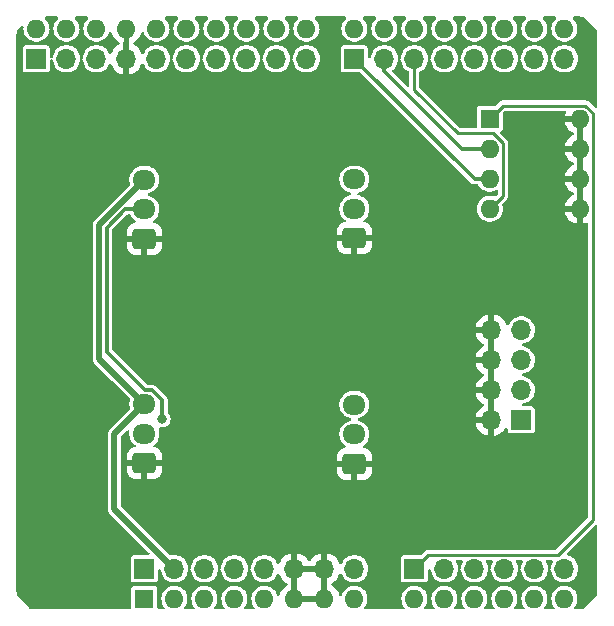
<source format=gbr>
%TF.GenerationSoftware,KiCad,Pcbnew,8.0.7*%
%TF.CreationDate,2024-12-10T11:40:38+09:00*%
%TF.ProjectId,STEP100-200-switch-id-shield,53544550-3130-4302-9d32-30302d737769,rev?*%
%TF.SameCoordinates,Original*%
%TF.FileFunction,Copper,L2,Bot*%
%TF.FilePolarity,Positive*%
%FSLAX46Y46*%
G04 Gerber Fmt 4.6, Leading zero omitted, Abs format (unit mm)*
G04 Created by KiCad (PCBNEW 8.0.7) date 2024-12-10 11:40:38*
%MOMM*%
%LPD*%
G01*
G04 APERTURE LIST*
G04 Aperture macros list*
%AMRoundRect*
0 Rectangle with rounded corners*
0 $1 Rounding radius*
0 $2 $3 $4 $5 $6 $7 $8 $9 X,Y pos of 4 corners*
0 Add a 4 corners polygon primitive as box body*
4,1,4,$2,$3,$4,$5,$6,$7,$8,$9,$2,$3,0*
0 Add four circle primitives for the rounded corners*
1,1,$1+$1,$2,$3*
1,1,$1+$1,$4,$5*
1,1,$1+$1,$6,$7*
1,1,$1+$1,$8,$9*
0 Add four rect primitives between the rounded corners*
20,1,$1+$1,$2,$3,$4,$5,0*
20,1,$1+$1,$4,$5,$6,$7,0*
20,1,$1+$1,$6,$7,$8,$9,0*
20,1,$1+$1,$8,$9,$2,$3,0*%
G04 Aperture macros list end*
%TA.AperFunction,ComponentPad*%
%ADD10RoundRect,0.250000X0.725000X-0.600000X0.725000X0.600000X-0.725000X0.600000X-0.725000X-0.600000X0*%
%TD*%
%TA.AperFunction,ComponentPad*%
%ADD11O,1.950000X1.700000*%
%TD*%
%TA.AperFunction,ComponentPad*%
%ADD12R,1.700000X1.700000*%
%TD*%
%TA.AperFunction,ComponentPad*%
%ADD13O,1.700000X1.700000*%
%TD*%
%TA.AperFunction,ComponentPad*%
%ADD14R,1.600000X1.600000*%
%TD*%
%TA.AperFunction,ComponentPad*%
%ADD15O,1.600000X1.600000*%
%TD*%
%TA.AperFunction,ViaPad*%
%ADD16C,0.600000*%
%TD*%
%TA.AperFunction,ViaPad*%
%ADD17C,0.800000*%
%TD*%
%TA.AperFunction,Conductor*%
%ADD18C,0.250000*%
%TD*%
%TA.AperFunction,Conductor*%
%ADD19C,0.300000*%
%TD*%
%TA.AperFunction,Conductor*%
%ADD20C,0.500000*%
%TD*%
%TA.AperFunction,Conductor*%
%ADD21C,0.120000*%
%TD*%
G04 APERTURE END LIST*
D10*
%TO.P,J8,1,Pin_1*%
%TO.N,GND*%
X142240000Y-109220000D03*
D11*
%TO.P,J8,2,Pin_2*%
%TO.N,/LIMIT_1*%
X142240000Y-106720000D03*
%TO.P,J8,3,Pin_3*%
%TO.N,VBUS*%
X142240000Y-104220000D03*
%TD*%
D12*
%TO.P,J2,1,Pin_1*%
%TO.N,unconnected-(J2-Pin_1-Pad1)*%
X142240000Y-137160000D03*
D13*
%TO.P,J2,2,Pin_2*%
%TO.N,VBUS*%
X144780000Y-137160000D03*
%TO.P,J2,3,Pin_3*%
%TO.N,/RESET*%
X147320000Y-137160000D03*
%TO.P,J2,4,Pin_4*%
%TO.N,+3.3V*%
X149860000Y-137160000D03*
%TO.P,J2,5,Pin_5*%
%TO.N,+5V*%
X152400000Y-137160000D03*
%TO.P,J2,6,Pin_6*%
%TO.N,GND*%
X154940000Y-137160000D03*
%TO.P,J2,7,Pin_7*%
X157480000Y-137160000D03*
%TO.P,J2,8,Pin_8*%
%TO.N,VCC*%
X160020000Y-137160000D03*
%TD*%
D10*
%TO.P,J5,1,Pin_1*%
%TO.N,GND*%
X160020000Y-128270000D03*
D11*
%TO.P,J5,2,Pin_2*%
%TO.N,Net-(J5-Pin_2)*%
X160020000Y-125770000D03*
%TO.P,J5,3,Pin_3*%
%TO.N,VBUS*%
X160020000Y-123270000D03*
%TD*%
D10*
%TO.P,J9,1,Pin_1*%
%TO.N,GND*%
X142240000Y-128230000D03*
D11*
%TO.P,J9,2,Pin_2*%
%TO.N,/LIMIT_2*%
X142240000Y-125730000D03*
%TO.P,J9,3,Pin_3*%
%TO.N,VBUS*%
X142240000Y-123230000D03*
%TD*%
D12*
%TO.P,J1,1,Pin_1*%
%TO.N,/DIP_3*%
X160020000Y-93980000D03*
D13*
%TO.P,J1,2,Pin_2*%
%TO.N,/DIP_2*%
X162560000Y-93980000D03*
%TO.P,J1,3,Pin_3*%
%TO.N,/DIP_4*%
X165100000Y-93980000D03*
%TO.P,J1,4,Pin_4*%
%TO.N,Net-(A1-D4)*%
X167640000Y-93980000D03*
%TO.P,J1,5,Pin_5*%
%TO.N,Net-(A1-D3{slash}SCL)*%
X170180000Y-93980000D03*
%TO.P,J1,6,Pin_6*%
%TO.N,Net-(A1-D2{slash}SDA)*%
X172720000Y-93980000D03*
%TO.P,J1,7,Pin_7*%
%TO.N,Net-(A1-D1{slash}TX)*%
X175260000Y-93980000D03*
%TO.P,J1,8,Pin_8*%
%TO.N,Net-(A1-D0{slash}RX)*%
X177800000Y-93980000D03*
%TD*%
D10*
%TO.P,J7,1,Pin_1*%
%TO.N,GND*%
X160020000Y-109180000D03*
D11*
%TO.P,J7,2,Pin_2*%
%TO.N,Net-(J6-Pin_5)*%
X160020000Y-106680000D03*
%TO.P,J7,3,Pin_3*%
%TO.N,VBUS*%
X160020000Y-104180000D03*
%TD*%
D12*
%TO.P,J4,1,Pin_1*%
%TO.N,/SCL*%
X133096000Y-93980000D03*
D13*
%TO.P,J4,2,Pin_2*%
%TO.N,/SDA*%
X135636000Y-93980000D03*
%TO.P,J4,3,Pin_3*%
%TO.N,/AREF*%
X138176000Y-93980000D03*
%TO.P,J4,4,Pin_4*%
%TO.N,GND*%
X140716000Y-93980000D03*
%TO.P,J4,5,Pin_5*%
%TO.N,Net-(A1-D13)*%
X143256000Y-93980000D03*
%TO.P,J4,6,Pin_6*%
%TO.N,Net-(A1-D12)*%
X145796000Y-93980000D03*
%TO.P,J4,7,Pin_7*%
%TO.N,Net-(A1-D11)*%
X148336000Y-93980000D03*
%TO.P,J4,8,Pin_8*%
%TO.N,Net-(A1-D10)*%
X150876000Y-93980000D03*
%TO.P,J4,9,Pin_9*%
%TO.N,Net-(A1-D9)*%
X153416000Y-93980000D03*
%TO.P,J4,10,Pin_10*%
%TO.N,Net-(A1-D8)*%
X155956000Y-93980000D03*
%TD*%
D14*
%TO.P,SW1,1*%
%TO.N,/DIP_1*%
X171492500Y-99070000D03*
D15*
%TO.P,SW1,2*%
%TO.N,/DIP_2*%
X171492500Y-101610000D03*
%TO.P,SW1,3*%
%TO.N,/DIP_3*%
X171492500Y-104150000D03*
%TO.P,SW1,4*%
%TO.N,/DIP_4*%
X171492500Y-106690000D03*
%TO.P,SW1,5*%
%TO.N,GND*%
X179112500Y-106690000D03*
%TO.P,SW1,6*%
X179112500Y-104150000D03*
%TO.P,SW1,7*%
X179112500Y-101610000D03*
%TO.P,SW1,8*%
X179112500Y-99070000D03*
%TD*%
D12*
%TO.P,J3,1,Pin_1*%
%TO.N,/DIP_1*%
X165100000Y-137160000D03*
D13*
%TO.P,J3,2,Pin_2*%
%TO.N,/LIMIT_2*%
X167640000Y-137160000D03*
%TO.P,J3,3,Pin_3*%
%TO.N,Net-(A1-A2)*%
X170180000Y-137160000D03*
%TO.P,J3,4,Pin_4*%
%TO.N,/LIMIT_1*%
X172720000Y-137160000D03*
%TO.P,J3,5,Pin_5*%
%TO.N,Net-(A1-A4)*%
X175260000Y-137160000D03*
%TO.P,J3,6,Pin_6*%
%TO.N,Net-(A1-A5)*%
X177800000Y-137160000D03*
%TD*%
D14*
%TO.P,A1,1,NC*%
%TO.N,unconnected-(A1-NC-Pad1)*%
X142240000Y-139700000D03*
D15*
%TO.P,A1,2,IOREF*%
%TO.N,VBUS*%
X144780000Y-139700000D03*
%TO.P,A1,3,~{RESET}*%
%TO.N,/RESET*%
X147320000Y-139700000D03*
%TO.P,A1,4,3V3*%
%TO.N,+3.3V*%
X149860000Y-139700000D03*
%TO.P,A1,5,+5V*%
%TO.N,+5V*%
X152400000Y-139700000D03*
%TO.P,A1,6,GND*%
%TO.N,GND*%
X154940000Y-139700000D03*
%TO.P,A1,7,GND*%
X157480000Y-139700000D03*
%TO.P,A1,8,VIN*%
%TO.N,VCC*%
X160020000Y-139700000D03*
%TO.P,A1,9,A0*%
%TO.N,/DIP_1*%
X165100000Y-139700000D03*
%TO.P,A1,10,A1*%
%TO.N,/LIMIT_2*%
X167640000Y-139700000D03*
%TO.P,A1,11,A2*%
%TO.N,Net-(A1-A2)*%
X170180000Y-139700000D03*
%TO.P,A1,12,A3*%
%TO.N,/LIMIT_1*%
X172720000Y-139700000D03*
%TO.P,A1,13,A4*%
%TO.N,Net-(A1-A4)*%
X175260000Y-139700000D03*
%TO.P,A1,14,A5*%
%TO.N,Net-(A1-A5)*%
X177800000Y-139700000D03*
%TO.P,A1,15,D0/RX*%
%TO.N,Net-(A1-D0{slash}RX)*%
X177800000Y-91440000D03*
%TO.P,A1,16,D1/TX*%
%TO.N,Net-(A1-D1{slash}TX)*%
X175260000Y-91440000D03*
%TO.P,A1,17,D2/SDA*%
%TO.N,Net-(A1-D2{slash}SDA)*%
X172720000Y-91440000D03*
%TO.P,A1,18,D3/SCL*%
%TO.N,Net-(A1-D3{slash}SCL)*%
X170180000Y-91440000D03*
%TO.P,A1,19,D4*%
%TO.N,Net-(A1-D4)*%
X167640000Y-91440000D03*
%TO.P,A1,20,D5*%
%TO.N,/DIP_4*%
X165100000Y-91440000D03*
%TO.P,A1,21,D6*%
%TO.N,/DIP_2*%
X162560000Y-91440000D03*
%TO.P,A1,22,D7*%
%TO.N,/DIP_3*%
X160020000Y-91440000D03*
%TO.P,A1,23,D8*%
%TO.N,Net-(A1-D8)*%
X155960000Y-91440000D03*
%TO.P,A1,24,D9*%
%TO.N,Net-(A1-D9)*%
X153420000Y-91440000D03*
%TO.P,A1,25,D10*%
%TO.N,Net-(A1-D10)*%
X150880000Y-91440000D03*
%TO.P,A1,26,D11*%
%TO.N,Net-(A1-D11)*%
X148340000Y-91440000D03*
%TO.P,A1,27,D12*%
%TO.N,Net-(A1-D12)*%
X145800000Y-91440000D03*
%TO.P,A1,28,D13*%
%TO.N,Net-(A1-D13)*%
X143260000Y-91440000D03*
%TO.P,A1,29,GND*%
%TO.N,GND*%
X140720000Y-91440000D03*
%TO.P,A1,30,AREF*%
%TO.N,/AREF*%
X138180000Y-91440000D03*
%TO.P,A1,31,SDA/D2*%
%TO.N,/SDA*%
X135640000Y-91440000D03*
%TO.P,A1,32,SCL/D3*%
%TO.N,/SCL*%
X133100000Y-91440000D03*
%TD*%
D12*
%TO.P,J6,1,Pin_1*%
%TO.N,Net-(J5-Pin_2)*%
X174150000Y-124560000D03*
D13*
%TO.P,J6,2,Pin_2*%
%TO.N,GND*%
X171610000Y-124560000D03*
%TO.P,J6,3,Pin_3*%
%TO.N,Net-(J5-Pin_2)*%
X174150000Y-122020000D03*
%TO.P,J6,4,Pin_4*%
%TO.N,GND*%
X171610000Y-122020000D03*
%TO.P,J6,5,Pin_5*%
%TO.N,Net-(J6-Pin_5)*%
X174150000Y-119480000D03*
%TO.P,J6,6,Pin_6*%
%TO.N,GND*%
X171610000Y-119480000D03*
%TO.P,J6,7,Pin_7*%
%TO.N,Net-(J6-Pin_5)*%
X174150000Y-116940000D03*
%TO.P,J6,8,Pin_8*%
%TO.N,GND*%
X171610000Y-116940000D03*
%TD*%
D16*
%TO.N,GND*%
X158000000Y-93000000D03*
X167000000Y-134000000D03*
D17*
%TO.N,/LIMIT_1*%
X143750000Y-124500000D03*
%TD*%
D18*
%TO.N,/DIP_4*%
X171723491Y-100250000D02*
X168750000Y-100250000D01*
X168750000Y-100250000D02*
X165100000Y-96600000D01*
X165100000Y-96600000D02*
X165100000Y-93980000D01*
X172617500Y-101144009D02*
X171723491Y-100250000D01*
X172617500Y-105565000D02*
X172617500Y-101144009D01*
X171492500Y-106690000D02*
X172617500Y-105565000D01*
D19*
%TO.N,/DIP_2*%
X162560000Y-95060000D02*
X162560000Y-93980000D01*
X169110000Y-101610000D02*
X162560000Y-95060000D01*
X171492500Y-101610000D02*
X169110000Y-101610000D01*
D18*
%TO.N,/DIP_1*%
X179578491Y-97945000D02*
X172617500Y-97945000D01*
X180250000Y-98616509D02*
X179578491Y-97945000D01*
X180250000Y-133000000D02*
X180250000Y-98616509D01*
X177265000Y-135985000D02*
X180250000Y-133000000D01*
X166275000Y-135985000D02*
X177265000Y-135985000D01*
X165100000Y-137160000D02*
X166275000Y-135985000D01*
X172617500Y-97945000D02*
X171492500Y-99070000D01*
D19*
%TO.N,/LIMIT_1*%
X140588528Y-106720000D02*
X142240000Y-106720000D01*
X139030000Y-118780000D02*
X139030000Y-108278528D01*
X142862056Y-122030000D02*
X142280000Y-122030000D01*
X143750000Y-122917944D02*
X142862056Y-122030000D01*
X139030000Y-108278528D02*
X140588528Y-106720000D01*
X143750000Y-124500000D02*
X143750000Y-122917944D01*
X142280000Y-122030000D02*
X139030000Y-118780000D01*
D20*
%TO.N,VBUS*%
X142240000Y-123190000D02*
X142240000Y-123230000D01*
X142240000Y-123230000D02*
X139700000Y-125770000D01*
X138430000Y-119380000D02*
X142240000Y-123190000D01*
X138430000Y-108030000D02*
X138430000Y-119380000D01*
X142240000Y-104220000D02*
X138430000Y-108030000D01*
X139700000Y-125770000D02*
X139700000Y-132080000D01*
X139700000Y-132080000D02*
X144780000Y-137160000D01*
D19*
%TO.N,GND*%
X171610000Y-110330000D02*
X171610000Y-116940000D01*
D21*
X140716000Y-98766000D02*
X151130000Y-109180000D01*
X171610000Y-122020000D02*
X171610000Y-124560000D01*
D18*
X151130000Y-109180000D02*
X160020000Y-109180000D01*
D21*
X159980000Y-128230000D02*
X160020000Y-128270000D01*
D18*
X151130000Y-109180000D02*
X151130000Y-116840000D01*
D19*
X179112500Y-99070000D02*
X179112500Y-101610000D01*
D21*
X151230000Y-116940000D02*
X151130000Y-116840000D01*
D19*
X175260000Y-106680000D02*
X171610000Y-110330000D01*
X179112500Y-101610000D02*
X179112500Y-104150000D01*
D18*
X143510000Y-109220000D02*
X143550000Y-109180000D01*
D21*
X142240000Y-128230000D02*
X151130000Y-128230000D01*
X171610000Y-119480000D02*
X171610000Y-122020000D01*
D19*
X179112500Y-104150000D02*
X179112500Y-106690000D01*
D21*
X151130000Y-128230000D02*
X154940000Y-128230000D01*
D19*
X175270000Y-106690000D02*
X175260000Y-106680000D01*
D18*
X154940000Y-137160000D02*
X154940000Y-128230000D01*
D21*
X140716000Y-93980000D02*
X140716000Y-98766000D01*
X171610000Y-116940000D02*
X171610000Y-119480000D01*
D18*
X142240000Y-109220000D02*
X143510000Y-109220000D01*
X151130000Y-116840000D02*
X151130000Y-128230000D01*
D20*
X154940000Y-137160000D02*
X157480000Y-137160000D01*
D19*
X179112500Y-106690000D02*
X175270000Y-106690000D01*
D18*
X143550000Y-109180000D02*
X151130000Y-109180000D01*
D21*
X171610000Y-116940000D02*
X151230000Y-116940000D01*
X154940000Y-128230000D02*
X159980000Y-128230000D01*
D19*
%TO.N,/DIP_3*%
X171492500Y-104150000D02*
X170190000Y-104150000D01*
X170190000Y-104150000D02*
X160020000Y-93980000D01*
%TD*%
%TA.AperFunction,Conductor*%
%TO.N,GND*%
G36*
X171860000Y-124126988D02*
G01*
X171802993Y-124094075D01*
X171675826Y-124060000D01*
X171544174Y-124060000D01*
X171417007Y-124094075D01*
X171360000Y-124126988D01*
X171360000Y-122453012D01*
X171417007Y-122485925D01*
X171544174Y-122520000D01*
X171675826Y-122520000D01*
X171802993Y-122485925D01*
X171860000Y-122453012D01*
X171860000Y-124126988D01*
G37*
%TD.AperFunction*%
%TA.AperFunction,Conductor*%
G36*
X171860000Y-121586988D02*
G01*
X171802993Y-121554075D01*
X171675826Y-121520000D01*
X171544174Y-121520000D01*
X171417007Y-121554075D01*
X171360000Y-121586988D01*
X171360000Y-119913012D01*
X171417007Y-119945925D01*
X171544174Y-119980000D01*
X171675826Y-119980000D01*
X171802993Y-119945925D01*
X171860000Y-119913012D01*
X171860000Y-121586988D01*
G37*
%TD.AperFunction*%
%TA.AperFunction,Conductor*%
G36*
X171860000Y-119046988D02*
G01*
X171802993Y-119014075D01*
X171675826Y-118980000D01*
X171544174Y-118980000D01*
X171417007Y-119014075D01*
X171360000Y-119046988D01*
X171360000Y-117373012D01*
X171417007Y-117405925D01*
X171544174Y-117440000D01*
X171675826Y-117440000D01*
X171802993Y-117405925D01*
X171860000Y-117373012D01*
X171860000Y-119046988D01*
G37*
%TD.AperFunction*%
%TA.AperFunction,Conductor*%
G36*
X134893707Y-90420185D02*
G01*
X134939462Y-90472989D01*
X134949406Y-90542147D01*
X134920381Y-90605703D01*
X134910206Y-90616137D01*
X134823237Y-90695418D01*
X134700327Y-90858178D01*
X134609422Y-91040739D01*
X134609417Y-91040752D01*
X134553602Y-91236917D01*
X134534785Y-91439999D01*
X134534785Y-91440000D01*
X134553602Y-91643082D01*
X134609417Y-91839247D01*
X134609422Y-91839260D01*
X134700327Y-92021821D01*
X134823237Y-92184581D01*
X134973958Y-92321980D01*
X134973960Y-92321982D01*
X135073141Y-92383392D01*
X135147363Y-92429348D01*
X135337544Y-92503024D01*
X135538024Y-92540500D01*
X135538026Y-92540500D01*
X135741974Y-92540500D01*
X135741976Y-92540500D01*
X135942456Y-92503024D01*
X136132637Y-92429348D01*
X136306041Y-92321981D01*
X136456764Y-92184579D01*
X136579673Y-92021821D01*
X136670582Y-91839250D01*
X136726397Y-91643083D01*
X136745215Y-91440000D01*
X136739115Y-91374174D01*
X136726397Y-91236917D01*
X136707404Y-91170165D01*
X136670582Y-91040750D01*
X136670159Y-91039901D01*
X136620415Y-90940000D01*
X136579673Y-90858179D01*
X136456764Y-90695421D01*
X136456762Y-90695418D01*
X136369794Y-90616137D01*
X136333512Y-90556426D01*
X136335273Y-90486578D01*
X136374516Y-90428771D01*
X136438783Y-90401356D01*
X136453332Y-90400500D01*
X137366668Y-90400500D01*
X137433707Y-90420185D01*
X137479462Y-90472989D01*
X137489406Y-90542147D01*
X137460381Y-90605703D01*
X137450206Y-90616137D01*
X137363237Y-90695418D01*
X137240327Y-90858178D01*
X137149422Y-91040739D01*
X137149417Y-91040752D01*
X137093602Y-91236917D01*
X137074785Y-91439999D01*
X137074785Y-91440000D01*
X137093602Y-91643082D01*
X137149417Y-91839247D01*
X137149422Y-91839260D01*
X137240327Y-92021821D01*
X137363237Y-92184581D01*
X137513958Y-92321980D01*
X137513960Y-92321982D01*
X137613141Y-92383392D01*
X137687363Y-92429348D01*
X137877544Y-92503024D01*
X138078024Y-92540500D01*
X138078026Y-92540500D01*
X138281974Y-92540500D01*
X138281976Y-92540500D01*
X138482456Y-92503024D01*
X138672637Y-92429348D01*
X138846041Y-92321981D01*
X138996764Y-92184579D01*
X139119673Y-92021821D01*
X139210582Y-91839250D01*
X139227058Y-91781342D01*
X139264334Y-91722255D01*
X139327644Y-91692697D01*
X139396884Y-91702059D01*
X139450070Y-91747368D01*
X139466097Y-91783188D01*
X139493731Y-91886319D01*
X139493734Y-91886326D01*
X139589865Y-92092482D01*
X139720342Y-92278820D01*
X139881179Y-92439657D01*
X140067518Y-92570134D01*
X140072203Y-92572839D01*
X140071308Y-92574388D01*
X140117744Y-92615279D01*
X140136893Y-92682473D01*
X140116674Y-92749353D01*
X140065303Y-92793865D01*
X140038419Y-92806401D01*
X139844926Y-92941886D01*
X139844920Y-92941891D01*
X139677891Y-93108920D01*
X139677886Y-93108926D01*
X139542400Y-93302420D01*
X139542399Y-93302422D01*
X139448705Y-93503348D01*
X139402532Y-93555787D01*
X139335339Y-93574939D01*
X139268457Y-93554723D01*
X139225323Y-93506215D01*
X139158366Y-93371745D01*
X139029872Y-93201593D01*
X138872302Y-93057948D01*
X138691019Y-92945702D01*
X138691017Y-92945701D01*
X138591608Y-92907190D01*
X138492198Y-92868679D01*
X138282610Y-92829500D01*
X138069390Y-92829500D01*
X137859802Y-92868679D01*
X137859799Y-92868679D01*
X137859799Y-92868680D01*
X137660982Y-92945701D01*
X137660980Y-92945702D01*
X137479699Y-93057947D01*
X137322127Y-93201593D01*
X137193632Y-93371746D01*
X137098596Y-93562605D01*
X137098596Y-93562607D01*
X137040244Y-93767689D01*
X137029471Y-93883951D01*
X137003685Y-93948888D01*
X136959130Y-93980804D01*
X136995503Y-94001668D01*
X137027693Y-94063681D01*
X137029470Y-94076047D01*
X137040244Y-94192310D01*
X137093675Y-94380099D01*
X137098596Y-94397392D01*
X137098596Y-94397394D01*
X137193632Y-94588253D01*
X137250125Y-94663061D01*
X137322128Y-94758407D01*
X137479698Y-94902052D01*
X137660981Y-95014298D01*
X137859802Y-95091321D01*
X138069390Y-95130500D01*
X138069392Y-95130500D01*
X138282608Y-95130500D01*
X138282610Y-95130500D01*
X138492198Y-95091321D01*
X138691019Y-95014298D01*
X138872302Y-94902052D01*
X139029872Y-94758407D01*
X139158366Y-94588255D01*
X139225325Y-94453781D01*
X139272825Y-94402548D01*
X139340488Y-94385126D01*
X139406828Y-94407051D01*
X139448705Y-94456651D01*
X139542399Y-94657578D01*
X139677894Y-94851082D01*
X139844917Y-95018105D01*
X140038421Y-95153600D01*
X140252507Y-95253429D01*
X140252516Y-95253433D01*
X140466000Y-95310634D01*
X140466000Y-94413012D01*
X140523007Y-94445925D01*
X140650174Y-94480000D01*
X140781826Y-94480000D01*
X140908993Y-94445925D01*
X140966000Y-94413012D01*
X140966000Y-95310633D01*
X141179483Y-95253433D01*
X141179492Y-95253429D01*
X141393578Y-95153600D01*
X141587082Y-95018105D01*
X141754105Y-94851082D01*
X141889600Y-94657578D01*
X141983294Y-94456651D01*
X142029466Y-94404212D01*
X142096660Y-94385060D01*
X142163541Y-94405276D01*
X142206676Y-94453785D01*
X142273632Y-94588253D01*
X142330125Y-94663061D01*
X142402128Y-94758407D01*
X142559698Y-94902052D01*
X142740981Y-95014298D01*
X142939802Y-95091321D01*
X143149390Y-95130500D01*
X143149392Y-95130500D01*
X143362608Y-95130500D01*
X143362610Y-95130500D01*
X143572198Y-95091321D01*
X143771019Y-95014298D01*
X143952302Y-94902052D01*
X144109872Y-94758407D01*
X144238366Y-94588255D01*
X144298050Y-94468392D01*
X144333403Y-94397394D01*
X144333403Y-94397393D01*
X144333405Y-94397389D01*
X144391756Y-94192310D01*
X144402529Y-94076047D01*
X144428315Y-94011111D01*
X144470622Y-93980804D01*
X144579130Y-93980804D01*
X144615503Y-94001668D01*
X144647693Y-94063681D01*
X144649470Y-94076047D01*
X144660244Y-94192310D01*
X144713675Y-94380099D01*
X144718596Y-94397392D01*
X144718596Y-94397394D01*
X144813632Y-94588253D01*
X144870125Y-94663061D01*
X144942128Y-94758407D01*
X145099698Y-94902052D01*
X145280981Y-95014298D01*
X145479802Y-95091321D01*
X145689390Y-95130500D01*
X145689392Y-95130500D01*
X145902608Y-95130500D01*
X145902610Y-95130500D01*
X146112198Y-95091321D01*
X146311019Y-95014298D01*
X146492302Y-94902052D01*
X146649872Y-94758407D01*
X146778366Y-94588255D01*
X146838050Y-94468392D01*
X146873403Y-94397394D01*
X146873403Y-94397393D01*
X146873405Y-94397389D01*
X146931756Y-94192310D01*
X146942529Y-94076047D01*
X146968315Y-94011111D01*
X147010622Y-93980804D01*
X147119130Y-93980804D01*
X147155503Y-94001668D01*
X147187693Y-94063681D01*
X147189470Y-94076047D01*
X147200244Y-94192310D01*
X147253675Y-94380099D01*
X147258596Y-94397392D01*
X147258596Y-94397394D01*
X147353632Y-94588253D01*
X147410125Y-94663061D01*
X147482128Y-94758407D01*
X147639698Y-94902052D01*
X147820981Y-95014298D01*
X148019802Y-95091321D01*
X148229390Y-95130500D01*
X148229392Y-95130500D01*
X148442608Y-95130500D01*
X148442610Y-95130500D01*
X148652198Y-95091321D01*
X148851019Y-95014298D01*
X149032302Y-94902052D01*
X149189872Y-94758407D01*
X149318366Y-94588255D01*
X149378050Y-94468392D01*
X149413403Y-94397394D01*
X149413403Y-94397393D01*
X149413405Y-94397389D01*
X149471756Y-94192310D01*
X149482529Y-94076047D01*
X149508315Y-94011111D01*
X149550622Y-93980804D01*
X149659130Y-93980804D01*
X149695503Y-94001668D01*
X149727693Y-94063681D01*
X149729470Y-94076047D01*
X149740244Y-94192310D01*
X149793675Y-94380099D01*
X149798596Y-94397392D01*
X149798596Y-94397394D01*
X149893632Y-94588253D01*
X149950125Y-94663061D01*
X150022128Y-94758407D01*
X150179698Y-94902052D01*
X150360981Y-95014298D01*
X150559802Y-95091321D01*
X150769390Y-95130500D01*
X150769392Y-95130500D01*
X150982608Y-95130500D01*
X150982610Y-95130500D01*
X151192198Y-95091321D01*
X151391019Y-95014298D01*
X151572302Y-94902052D01*
X151729872Y-94758407D01*
X151858366Y-94588255D01*
X151918050Y-94468392D01*
X151953403Y-94397394D01*
X151953403Y-94397393D01*
X151953405Y-94397389D01*
X152011756Y-94192310D01*
X152022529Y-94076047D01*
X152048315Y-94011111D01*
X152090622Y-93980804D01*
X152199130Y-93980804D01*
X152235503Y-94001668D01*
X152267693Y-94063681D01*
X152269470Y-94076047D01*
X152280244Y-94192310D01*
X152333675Y-94380099D01*
X152338596Y-94397392D01*
X152338596Y-94397394D01*
X152433632Y-94588253D01*
X152490125Y-94663061D01*
X152562128Y-94758407D01*
X152719698Y-94902052D01*
X152900981Y-95014298D01*
X153099802Y-95091321D01*
X153309390Y-95130500D01*
X153309392Y-95130500D01*
X153522608Y-95130500D01*
X153522610Y-95130500D01*
X153732198Y-95091321D01*
X153931019Y-95014298D01*
X154112302Y-94902052D01*
X154269872Y-94758407D01*
X154398366Y-94588255D01*
X154458050Y-94468392D01*
X154493403Y-94397394D01*
X154493403Y-94397393D01*
X154493405Y-94397389D01*
X154551756Y-94192310D01*
X154562529Y-94076047D01*
X154588315Y-94011111D01*
X154630622Y-93980804D01*
X154739130Y-93980804D01*
X154775503Y-94001668D01*
X154807693Y-94063681D01*
X154809470Y-94076047D01*
X154820244Y-94192310D01*
X154873675Y-94380099D01*
X154878596Y-94397392D01*
X154878596Y-94397394D01*
X154973632Y-94588253D01*
X155030125Y-94663061D01*
X155102128Y-94758407D01*
X155259698Y-94902052D01*
X155440981Y-95014298D01*
X155639802Y-95091321D01*
X155849390Y-95130500D01*
X155849392Y-95130500D01*
X156062608Y-95130500D01*
X156062610Y-95130500D01*
X156272198Y-95091321D01*
X156471019Y-95014298D01*
X156652302Y-94902052D01*
X156809872Y-94758407D01*
X156938366Y-94588255D01*
X156998050Y-94468392D01*
X157033403Y-94397394D01*
X157033403Y-94397393D01*
X157033405Y-94397389D01*
X157091756Y-94192310D01*
X157111429Y-93980000D01*
X157091756Y-93767690D01*
X157033405Y-93562611D01*
X157033403Y-93562606D01*
X157033403Y-93562605D01*
X156938367Y-93371746D01*
X156809872Y-93201593D01*
X156652302Y-93057948D01*
X156471019Y-92945702D01*
X156471017Y-92945701D01*
X156371608Y-92907190D01*
X156272198Y-92868679D01*
X156062610Y-92829500D01*
X155849390Y-92829500D01*
X155639802Y-92868679D01*
X155639799Y-92868679D01*
X155639799Y-92868680D01*
X155440982Y-92945701D01*
X155440980Y-92945702D01*
X155259699Y-93057947D01*
X155102127Y-93201593D01*
X154973632Y-93371746D01*
X154878596Y-93562605D01*
X154878596Y-93562607D01*
X154820244Y-93767689D01*
X154809471Y-93883951D01*
X154783685Y-93948888D01*
X154739130Y-93980804D01*
X154630622Y-93980804D01*
X154632869Y-93979194D01*
X154596497Y-93958331D01*
X154564307Y-93896318D01*
X154562529Y-93883951D01*
X154558030Y-93835398D01*
X154551756Y-93767690D01*
X154493405Y-93562611D01*
X154493403Y-93562606D01*
X154493403Y-93562605D01*
X154398367Y-93371746D01*
X154269872Y-93201593D01*
X154112302Y-93057948D01*
X153931019Y-92945702D01*
X153931017Y-92945701D01*
X153831608Y-92907190D01*
X153732198Y-92868679D01*
X153522610Y-92829500D01*
X153309390Y-92829500D01*
X153099802Y-92868679D01*
X153099799Y-92868679D01*
X153099799Y-92868680D01*
X152900982Y-92945701D01*
X152900980Y-92945702D01*
X152719699Y-93057947D01*
X152562127Y-93201593D01*
X152433632Y-93371746D01*
X152338596Y-93562605D01*
X152338596Y-93562607D01*
X152280244Y-93767689D01*
X152269471Y-93883951D01*
X152243685Y-93948888D01*
X152199130Y-93980804D01*
X152090622Y-93980804D01*
X152092869Y-93979194D01*
X152056497Y-93958331D01*
X152024307Y-93896318D01*
X152022529Y-93883951D01*
X152018030Y-93835398D01*
X152011756Y-93767690D01*
X151953405Y-93562611D01*
X151953403Y-93562606D01*
X151953403Y-93562605D01*
X151858367Y-93371746D01*
X151729872Y-93201593D01*
X151572302Y-93057948D01*
X151391019Y-92945702D01*
X151391017Y-92945701D01*
X151291608Y-92907190D01*
X151192198Y-92868679D01*
X150982610Y-92829500D01*
X150769390Y-92829500D01*
X150559802Y-92868679D01*
X150559799Y-92868679D01*
X150559799Y-92868680D01*
X150360982Y-92945701D01*
X150360980Y-92945702D01*
X150179699Y-93057947D01*
X150022127Y-93201593D01*
X149893632Y-93371746D01*
X149798596Y-93562605D01*
X149798596Y-93562607D01*
X149740244Y-93767689D01*
X149729471Y-93883951D01*
X149703685Y-93948888D01*
X149659130Y-93980804D01*
X149550622Y-93980804D01*
X149552869Y-93979194D01*
X149516497Y-93958331D01*
X149484307Y-93896318D01*
X149482529Y-93883951D01*
X149478030Y-93835398D01*
X149471756Y-93767690D01*
X149413405Y-93562611D01*
X149413403Y-93562606D01*
X149413403Y-93562605D01*
X149318367Y-93371746D01*
X149189872Y-93201593D01*
X149032302Y-93057948D01*
X148851019Y-92945702D01*
X148851017Y-92945701D01*
X148751608Y-92907190D01*
X148652198Y-92868679D01*
X148442610Y-92829500D01*
X148229390Y-92829500D01*
X148019802Y-92868679D01*
X148019799Y-92868679D01*
X148019799Y-92868680D01*
X147820982Y-92945701D01*
X147820980Y-92945702D01*
X147639699Y-93057947D01*
X147482127Y-93201593D01*
X147353632Y-93371746D01*
X147258596Y-93562605D01*
X147258596Y-93562607D01*
X147200244Y-93767689D01*
X147189471Y-93883951D01*
X147163685Y-93948888D01*
X147119130Y-93980804D01*
X147010622Y-93980804D01*
X147012869Y-93979194D01*
X146976497Y-93958331D01*
X146944307Y-93896318D01*
X146942529Y-93883951D01*
X146938030Y-93835398D01*
X146931756Y-93767690D01*
X146873405Y-93562611D01*
X146873403Y-93562606D01*
X146873403Y-93562605D01*
X146778367Y-93371746D01*
X146649872Y-93201593D01*
X146492302Y-93057948D01*
X146311019Y-92945702D01*
X146311017Y-92945701D01*
X146211608Y-92907190D01*
X146112198Y-92868679D01*
X145902610Y-92829500D01*
X145689390Y-92829500D01*
X145479802Y-92868679D01*
X145479799Y-92868679D01*
X145479799Y-92868680D01*
X145280982Y-92945701D01*
X145280980Y-92945702D01*
X145099699Y-93057947D01*
X144942127Y-93201593D01*
X144813632Y-93371746D01*
X144718596Y-93562605D01*
X144718596Y-93562607D01*
X144660244Y-93767689D01*
X144649471Y-93883951D01*
X144623685Y-93948888D01*
X144579130Y-93980804D01*
X144470622Y-93980804D01*
X144472869Y-93979194D01*
X144436497Y-93958331D01*
X144404307Y-93896318D01*
X144402529Y-93883951D01*
X144398030Y-93835398D01*
X144391756Y-93767690D01*
X144333405Y-93562611D01*
X144333403Y-93562606D01*
X144333403Y-93562605D01*
X144238367Y-93371746D01*
X144109872Y-93201593D01*
X143952302Y-93057948D01*
X143771019Y-92945702D01*
X143771017Y-92945701D01*
X143671608Y-92907190D01*
X143572198Y-92868679D01*
X143362610Y-92829500D01*
X143149390Y-92829500D01*
X142939802Y-92868679D01*
X142939799Y-92868679D01*
X142939799Y-92868680D01*
X142740982Y-92945701D01*
X142740980Y-92945702D01*
X142559699Y-93057947D01*
X142402127Y-93201593D01*
X142273634Y-93371744D01*
X142206676Y-93506215D01*
X142159173Y-93557452D01*
X142091510Y-93574873D01*
X142025170Y-93552947D01*
X141983294Y-93503348D01*
X141889600Y-93302422D01*
X141889599Y-93302420D01*
X141754113Y-93108926D01*
X141754108Y-93108920D01*
X141587082Y-92941894D01*
X141393578Y-92806399D01*
X141370697Y-92795730D01*
X141318258Y-92749557D01*
X141299106Y-92682363D01*
X141319322Y-92615482D01*
X141368044Y-92573267D01*
X141367797Y-92572839D01*
X141370019Y-92571555D01*
X141370705Y-92570962D01*
X141372485Y-92570132D01*
X141558820Y-92439657D01*
X141719657Y-92278820D01*
X141850134Y-92092482D01*
X141946265Y-91886326D01*
X141946269Y-91886317D01*
X141973902Y-91783189D01*
X142010267Y-91723528D01*
X142073113Y-91692999D01*
X142142489Y-91701293D01*
X142196367Y-91745779D01*
X142212943Y-91781347D01*
X142229417Y-91839247D01*
X142229422Y-91839260D01*
X142320327Y-92021821D01*
X142443237Y-92184581D01*
X142593958Y-92321980D01*
X142593960Y-92321982D01*
X142693141Y-92383392D01*
X142767363Y-92429348D01*
X142957544Y-92503024D01*
X143158024Y-92540500D01*
X143158026Y-92540500D01*
X143361974Y-92540500D01*
X143361976Y-92540500D01*
X143562456Y-92503024D01*
X143752637Y-92429348D01*
X143926041Y-92321981D01*
X144076764Y-92184579D01*
X144199673Y-92021821D01*
X144290582Y-91839250D01*
X144346397Y-91643083D01*
X144365215Y-91440000D01*
X144359115Y-91374174D01*
X144346397Y-91236917D01*
X144327404Y-91170165D01*
X144290582Y-91040750D01*
X144290159Y-91039901D01*
X144240415Y-90940000D01*
X144199673Y-90858179D01*
X144076764Y-90695421D01*
X144076762Y-90695418D01*
X143989794Y-90616137D01*
X143953512Y-90556426D01*
X143955273Y-90486578D01*
X143994516Y-90428771D01*
X144058783Y-90401356D01*
X144073332Y-90400500D01*
X144986668Y-90400500D01*
X145053707Y-90420185D01*
X145099462Y-90472989D01*
X145109406Y-90542147D01*
X145080381Y-90605703D01*
X145070206Y-90616137D01*
X144983237Y-90695418D01*
X144860327Y-90858178D01*
X144769422Y-91040739D01*
X144769417Y-91040752D01*
X144713602Y-91236917D01*
X144694785Y-91439999D01*
X144694785Y-91440000D01*
X144713602Y-91643082D01*
X144769417Y-91839247D01*
X144769422Y-91839260D01*
X144860327Y-92021821D01*
X144983237Y-92184581D01*
X145133958Y-92321980D01*
X145133960Y-92321982D01*
X145233141Y-92383392D01*
X145307363Y-92429348D01*
X145497544Y-92503024D01*
X145698024Y-92540500D01*
X145698026Y-92540500D01*
X145901974Y-92540500D01*
X145901976Y-92540500D01*
X146102456Y-92503024D01*
X146292637Y-92429348D01*
X146466041Y-92321981D01*
X146616764Y-92184579D01*
X146739673Y-92021821D01*
X146830582Y-91839250D01*
X146886397Y-91643083D01*
X146905215Y-91440000D01*
X146899115Y-91374174D01*
X146886397Y-91236917D01*
X146867404Y-91170165D01*
X146830582Y-91040750D01*
X146830159Y-91039901D01*
X146780415Y-90940000D01*
X146739673Y-90858179D01*
X146616764Y-90695421D01*
X146616762Y-90695418D01*
X146529794Y-90616137D01*
X146493512Y-90556426D01*
X146495273Y-90486578D01*
X146534516Y-90428771D01*
X146598783Y-90401356D01*
X146613332Y-90400500D01*
X147526668Y-90400500D01*
X147593707Y-90420185D01*
X147639462Y-90472989D01*
X147649406Y-90542147D01*
X147620381Y-90605703D01*
X147610206Y-90616137D01*
X147523237Y-90695418D01*
X147400327Y-90858178D01*
X147309422Y-91040739D01*
X147309417Y-91040752D01*
X147253602Y-91236917D01*
X147234785Y-91439999D01*
X147234785Y-91440000D01*
X147253602Y-91643082D01*
X147309417Y-91839247D01*
X147309422Y-91839260D01*
X147400327Y-92021821D01*
X147523237Y-92184581D01*
X147673958Y-92321980D01*
X147673960Y-92321982D01*
X147773141Y-92383392D01*
X147847363Y-92429348D01*
X148037544Y-92503024D01*
X148238024Y-92540500D01*
X148238026Y-92540500D01*
X148441974Y-92540500D01*
X148441976Y-92540500D01*
X148642456Y-92503024D01*
X148832637Y-92429348D01*
X149006041Y-92321981D01*
X149156764Y-92184579D01*
X149279673Y-92021821D01*
X149370582Y-91839250D01*
X149426397Y-91643083D01*
X149445215Y-91440000D01*
X149439115Y-91374174D01*
X149426397Y-91236917D01*
X149407404Y-91170165D01*
X149370582Y-91040750D01*
X149370159Y-91039901D01*
X149320415Y-90940000D01*
X149279673Y-90858179D01*
X149156764Y-90695421D01*
X149156762Y-90695418D01*
X149069794Y-90616137D01*
X149033512Y-90556426D01*
X149035273Y-90486578D01*
X149074516Y-90428771D01*
X149138783Y-90401356D01*
X149153332Y-90400500D01*
X150066668Y-90400500D01*
X150133707Y-90420185D01*
X150179462Y-90472989D01*
X150189406Y-90542147D01*
X150160381Y-90605703D01*
X150150206Y-90616137D01*
X150063237Y-90695418D01*
X149940327Y-90858178D01*
X149849422Y-91040739D01*
X149849417Y-91040752D01*
X149793602Y-91236917D01*
X149774785Y-91439999D01*
X149774785Y-91440000D01*
X149793602Y-91643082D01*
X149849417Y-91839247D01*
X149849422Y-91839260D01*
X149940327Y-92021821D01*
X150063237Y-92184581D01*
X150213958Y-92321980D01*
X150213960Y-92321982D01*
X150313141Y-92383392D01*
X150387363Y-92429348D01*
X150577544Y-92503024D01*
X150778024Y-92540500D01*
X150778026Y-92540500D01*
X150981974Y-92540500D01*
X150981976Y-92540500D01*
X151182456Y-92503024D01*
X151372637Y-92429348D01*
X151546041Y-92321981D01*
X151696764Y-92184579D01*
X151819673Y-92021821D01*
X151910582Y-91839250D01*
X151966397Y-91643083D01*
X151985215Y-91440000D01*
X151979115Y-91374174D01*
X151966397Y-91236917D01*
X151947404Y-91170165D01*
X151910582Y-91040750D01*
X151910159Y-91039901D01*
X151860415Y-90940000D01*
X151819673Y-90858179D01*
X151696764Y-90695421D01*
X151696762Y-90695418D01*
X151609794Y-90616137D01*
X151573512Y-90556426D01*
X151575273Y-90486578D01*
X151614516Y-90428771D01*
X151678783Y-90401356D01*
X151693332Y-90400500D01*
X152606668Y-90400500D01*
X152673707Y-90420185D01*
X152719462Y-90472989D01*
X152729406Y-90542147D01*
X152700381Y-90605703D01*
X152690206Y-90616137D01*
X152603237Y-90695418D01*
X152480327Y-90858178D01*
X152389422Y-91040739D01*
X152389417Y-91040752D01*
X152333602Y-91236917D01*
X152314785Y-91439999D01*
X152314785Y-91440000D01*
X152333602Y-91643082D01*
X152389417Y-91839247D01*
X152389422Y-91839260D01*
X152480327Y-92021821D01*
X152603237Y-92184581D01*
X152753958Y-92321980D01*
X152753960Y-92321982D01*
X152853141Y-92383392D01*
X152927363Y-92429348D01*
X153117544Y-92503024D01*
X153318024Y-92540500D01*
X153318026Y-92540500D01*
X153521974Y-92540500D01*
X153521976Y-92540500D01*
X153722456Y-92503024D01*
X153912637Y-92429348D01*
X154086041Y-92321981D01*
X154236764Y-92184579D01*
X154359673Y-92021821D01*
X154450582Y-91839250D01*
X154506397Y-91643083D01*
X154525215Y-91440000D01*
X154519115Y-91374174D01*
X154506397Y-91236917D01*
X154487404Y-91170165D01*
X154450582Y-91040750D01*
X154450159Y-91039901D01*
X154400415Y-90940000D01*
X154359673Y-90858179D01*
X154236764Y-90695421D01*
X154236762Y-90695418D01*
X154149794Y-90616137D01*
X154113512Y-90556426D01*
X154115273Y-90486578D01*
X154154516Y-90428771D01*
X154218783Y-90401356D01*
X154233332Y-90400500D01*
X155146668Y-90400500D01*
X155213707Y-90420185D01*
X155259462Y-90472989D01*
X155269406Y-90542147D01*
X155240381Y-90605703D01*
X155230206Y-90616137D01*
X155143237Y-90695418D01*
X155020327Y-90858178D01*
X154929422Y-91040739D01*
X154929417Y-91040752D01*
X154873602Y-91236917D01*
X154854785Y-91439999D01*
X154854785Y-91440000D01*
X154873602Y-91643082D01*
X154929417Y-91839247D01*
X154929422Y-91839260D01*
X155020327Y-92021821D01*
X155143237Y-92184581D01*
X155293958Y-92321980D01*
X155293960Y-92321982D01*
X155393141Y-92383392D01*
X155467363Y-92429348D01*
X155657544Y-92503024D01*
X155858024Y-92540500D01*
X155858026Y-92540500D01*
X156061974Y-92540500D01*
X156061976Y-92540500D01*
X156262456Y-92503024D01*
X156452637Y-92429348D01*
X156626041Y-92321981D01*
X156776764Y-92184579D01*
X156899673Y-92021821D01*
X156990582Y-91839250D01*
X157046397Y-91643083D01*
X157065215Y-91440000D01*
X157059115Y-91374174D01*
X157046397Y-91236917D01*
X157027404Y-91170165D01*
X156990582Y-91040750D01*
X156990159Y-91039901D01*
X156940415Y-90940000D01*
X156899673Y-90858179D01*
X156776764Y-90695421D01*
X156776762Y-90695418D01*
X156689794Y-90616137D01*
X156653512Y-90556426D01*
X156655273Y-90486578D01*
X156694516Y-90428771D01*
X156758783Y-90401356D01*
X156773332Y-90400500D01*
X159206668Y-90400500D01*
X159273707Y-90420185D01*
X159319462Y-90472989D01*
X159329406Y-90542147D01*
X159300381Y-90605703D01*
X159290206Y-90616137D01*
X159203237Y-90695418D01*
X159080327Y-90858178D01*
X158989422Y-91040739D01*
X158989417Y-91040752D01*
X158933602Y-91236917D01*
X158914785Y-91439999D01*
X158914785Y-91440000D01*
X158933602Y-91643082D01*
X158989417Y-91839247D01*
X158989422Y-91839260D01*
X159080327Y-92021821D01*
X159203237Y-92184581D01*
X159353958Y-92321980D01*
X159353960Y-92321982D01*
X159453141Y-92383392D01*
X159527363Y-92429348D01*
X159717544Y-92503024D01*
X159918024Y-92540500D01*
X159918026Y-92540500D01*
X160121974Y-92540500D01*
X160121976Y-92540500D01*
X160322456Y-92503024D01*
X160512637Y-92429348D01*
X160686041Y-92321981D01*
X160836764Y-92184579D01*
X160959673Y-92021821D01*
X161050582Y-91839250D01*
X161106397Y-91643083D01*
X161125215Y-91440000D01*
X161119115Y-91374174D01*
X161106397Y-91236917D01*
X161087404Y-91170165D01*
X161050582Y-91040750D01*
X161050159Y-91039901D01*
X161000415Y-90940000D01*
X160959673Y-90858179D01*
X160836764Y-90695421D01*
X160836762Y-90695418D01*
X160749794Y-90616137D01*
X160713512Y-90556426D01*
X160715273Y-90486578D01*
X160754516Y-90428771D01*
X160818783Y-90401356D01*
X160833332Y-90400500D01*
X161746668Y-90400500D01*
X161813707Y-90420185D01*
X161859462Y-90472989D01*
X161869406Y-90542147D01*
X161840381Y-90605703D01*
X161830206Y-90616137D01*
X161743237Y-90695418D01*
X161620327Y-90858178D01*
X161529422Y-91040739D01*
X161529417Y-91040752D01*
X161473602Y-91236917D01*
X161454785Y-91439999D01*
X161454785Y-91440000D01*
X161473602Y-91643082D01*
X161529417Y-91839247D01*
X161529422Y-91839260D01*
X161620327Y-92021821D01*
X161743237Y-92184581D01*
X161893958Y-92321980D01*
X161893960Y-92321982D01*
X161993141Y-92383392D01*
X162067363Y-92429348D01*
X162257544Y-92503024D01*
X162458024Y-92540500D01*
X162458026Y-92540500D01*
X162661974Y-92540500D01*
X162661976Y-92540500D01*
X162862456Y-92503024D01*
X163052637Y-92429348D01*
X163226041Y-92321981D01*
X163376764Y-92184579D01*
X163499673Y-92021821D01*
X163590582Y-91839250D01*
X163646397Y-91643083D01*
X163665215Y-91440000D01*
X163659115Y-91374174D01*
X163646397Y-91236917D01*
X163627404Y-91170165D01*
X163590582Y-91040750D01*
X163590159Y-91039901D01*
X163540415Y-90940000D01*
X163499673Y-90858179D01*
X163376764Y-90695421D01*
X163376762Y-90695418D01*
X163289794Y-90616137D01*
X163253512Y-90556426D01*
X163255273Y-90486578D01*
X163294516Y-90428771D01*
X163358783Y-90401356D01*
X163373332Y-90400500D01*
X164286668Y-90400500D01*
X164353707Y-90420185D01*
X164399462Y-90472989D01*
X164409406Y-90542147D01*
X164380381Y-90605703D01*
X164370206Y-90616137D01*
X164283237Y-90695418D01*
X164160327Y-90858178D01*
X164069422Y-91040739D01*
X164069417Y-91040752D01*
X164013602Y-91236917D01*
X163994785Y-91439999D01*
X163994785Y-91440000D01*
X164013602Y-91643082D01*
X164069417Y-91839247D01*
X164069422Y-91839260D01*
X164160327Y-92021821D01*
X164283237Y-92184581D01*
X164433958Y-92321980D01*
X164433960Y-92321982D01*
X164533141Y-92383392D01*
X164607363Y-92429348D01*
X164797544Y-92503024D01*
X164998024Y-92540500D01*
X164998026Y-92540500D01*
X165201974Y-92540500D01*
X165201976Y-92540500D01*
X165402456Y-92503024D01*
X165592637Y-92429348D01*
X165766041Y-92321981D01*
X165916764Y-92184579D01*
X166039673Y-92021821D01*
X166130582Y-91839250D01*
X166186397Y-91643083D01*
X166205215Y-91440000D01*
X166199115Y-91374174D01*
X166186397Y-91236917D01*
X166167404Y-91170165D01*
X166130582Y-91040750D01*
X166130159Y-91039901D01*
X166080415Y-90940000D01*
X166039673Y-90858179D01*
X165916764Y-90695421D01*
X165916762Y-90695418D01*
X165829794Y-90616137D01*
X165793512Y-90556426D01*
X165795273Y-90486578D01*
X165834516Y-90428771D01*
X165898783Y-90401356D01*
X165913332Y-90400500D01*
X166826668Y-90400500D01*
X166893707Y-90420185D01*
X166939462Y-90472989D01*
X166949406Y-90542147D01*
X166920381Y-90605703D01*
X166910206Y-90616137D01*
X166823237Y-90695418D01*
X166700327Y-90858178D01*
X166609422Y-91040739D01*
X166609417Y-91040752D01*
X166553602Y-91236917D01*
X166534785Y-91439999D01*
X166534785Y-91440000D01*
X166553602Y-91643082D01*
X166609417Y-91839247D01*
X166609422Y-91839260D01*
X166700327Y-92021821D01*
X166823237Y-92184581D01*
X166973958Y-92321980D01*
X166973960Y-92321982D01*
X167073141Y-92383392D01*
X167147363Y-92429348D01*
X167337544Y-92503024D01*
X167538024Y-92540500D01*
X167538026Y-92540500D01*
X167741974Y-92540500D01*
X167741976Y-92540500D01*
X167942456Y-92503024D01*
X168132637Y-92429348D01*
X168306041Y-92321981D01*
X168456764Y-92184579D01*
X168579673Y-92021821D01*
X168670582Y-91839250D01*
X168726397Y-91643083D01*
X168745215Y-91440000D01*
X168739115Y-91374174D01*
X168726397Y-91236917D01*
X168707404Y-91170165D01*
X168670582Y-91040750D01*
X168670159Y-91039901D01*
X168620415Y-90940000D01*
X168579673Y-90858179D01*
X168456764Y-90695421D01*
X168456762Y-90695418D01*
X168369794Y-90616137D01*
X168333512Y-90556426D01*
X168335273Y-90486578D01*
X168374516Y-90428771D01*
X168438783Y-90401356D01*
X168453332Y-90400500D01*
X169366668Y-90400500D01*
X169433707Y-90420185D01*
X169479462Y-90472989D01*
X169489406Y-90542147D01*
X169460381Y-90605703D01*
X169450206Y-90616137D01*
X169363237Y-90695418D01*
X169240327Y-90858178D01*
X169149422Y-91040739D01*
X169149417Y-91040752D01*
X169093602Y-91236917D01*
X169074785Y-91439999D01*
X169074785Y-91440000D01*
X169093602Y-91643082D01*
X169149417Y-91839247D01*
X169149422Y-91839260D01*
X169240327Y-92021821D01*
X169363237Y-92184581D01*
X169513958Y-92321980D01*
X169513960Y-92321982D01*
X169613141Y-92383392D01*
X169687363Y-92429348D01*
X169877544Y-92503024D01*
X170078024Y-92540500D01*
X170078026Y-92540500D01*
X170281974Y-92540500D01*
X170281976Y-92540500D01*
X170482456Y-92503024D01*
X170672637Y-92429348D01*
X170846041Y-92321981D01*
X170996764Y-92184579D01*
X171119673Y-92021821D01*
X171210582Y-91839250D01*
X171266397Y-91643083D01*
X171285215Y-91440000D01*
X171279115Y-91374174D01*
X171266397Y-91236917D01*
X171247404Y-91170165D01*
X171210582Y-91040750D01*
X171210159Y-91039901D01*
X171160415Y-90940000D01*
X171119673Y-90858179D01*
X170996764Y-90695421D01*
X170996762Y-90695418D01*
X170909794Y-90616137D01*
X170873512Y-90556426D01*
X170875273Y-90486578D01*
X170914516Y-90428771D01*
X170978783Y-90401356D01*
X170993332Y-90400500D01*
X171906668Y-90400500D01*
X171973707Y-90420185D01*
X172019462Y-90472989D01*
X172029406Y-90542147D01*
X172000381Y-90605703D01*
X171990206Y-90616137D01*
X171903237Y-90695418D01*
X171780327Y-90858178D01*
X171689422Y-91040739D01*
X171689417Y-91040752D01*
X171633602Y-91236917D01*
X171614785Y-91439999D01*
X171614785Y-91440000D01*
X171633602Y-91643082D01*
X171689417Y-91839247D01*
X171689422Y-91839260D01*
X171780327Y-92021821D01*
X171903237Y-92184581D01*
X172053958Y-92321980D01*
X172053960Y-92321982D01*
X172153141Y-92383392D01*
X172227363Y-92429348D01*
X172417544Y-92503024D01*
X172618024Y-92540500D01*
X172618026Y-92540500D01*
X172821974Y-92540500D01*
X172821976Y-92540500D01*
X173022456Y-92503024D01*
X173212637Y-92429348D01*
X173386041Y-92321981D01*
X173536764Y-92184579D01*
X173659673Y-92021821D01*
X173750582Y-91839250D01*
X173806397Y-91643083D01*
X173825215Y-91440000D01*
X173819115Y-91374174D01*
X173806397Y-91236917D01*
X173787404Y-91170165D01*
X173750582Y-91040750D01*
X173750159Y-91039901D01*
X173700415Y-90940000D01*
X173659673Y-90858179D01*
X173536764Y-90695421D01*
X173536762Y-90695418D01*
X173449794Y-90616137D01*
X173413512Y-90556426D01*
X173415273Y-90486578D01*
X173454516Y-90428771D01*
X173518783Y-90401356D01*
X173533332Y-90400500D01*
X174446668Y-90400500D01*
X174513707Y-90420185D01*
X174559462Y-90472989D01*
X174569406Y-90542147D01*
X174540381Y-90605703D01*
X174530206Y-90616137D01*
X174443237Y-90695418D01*
X174320327Y-90858178D01*
X174229422Y-91040739D01*
X174229417Y-91040752D01*
X174173602Y-91236917D01*
X174154785Y-91439999D01*
X174154785Y-91440000D01*
X174173602Y-91643082D01*
X174229417Y-91839247D01*
X174229422Y-91839260D01*
X174320327Y-92021821D01*
X174443237Y-92184581D01*
X174593958Y-92321980D01*
X174593960Y-92321982D01*
X174693141Y-92383392D01*
X174767363Y-92429348D01*
X174957544Y-92503024D01*
X175158024Y-92540500D01*
X175158026Y-92540500D01*
X175361974Y-92540500D01*
X175361976Y-92540500D01*
X175562456Y-92503024D01*
X175752637Y-92429348D01*
X175926041Y-92321981D01*
X176076764Y-92184579D01*
X176199673Y-92021821D01*
X176290582Y-91839250D01*
X176346397Y-91643083D01*
X176365215Y-91440000D01*
X176359115Y-91374174D01*
X176346397Y-91236917D01*
X176327404Y-91170165D01*
X176290582Y-91040750D01*
X176290159Y-91039901D01*
X176240415Y-90940000D01*
X176199673Y-90858179D01*
X176076764Y-90695421D01*
X176076762Y-90695418D01*
X175989794Y-90616137D01*
X175953512Y-90556426D01*
X175955273Y-90486578D01*
X175994516Y-90428771D01*
X176058783Y-90401356D01*
X176073332Y-90400500D01*
X176986668Y-90400500D01*
X177053707Y-90420185D01*
X177099462Y-90472989D01*
X177109406Y-90542147D01*
X177080381Y-90605703D01*
X177070206Y-90616137D01*
X176983237Y-90695418D01*
X176860327Y-90858178D01*
X176769422Y-91040739D01*
X176769417Y-91040752D01*
X176713602Y-91236917D01*
X176694785Y-91439999D01*
X176694785Y-91440000D01*
X176713602Y-91643082D01*
X176769417Y-91839247D01*
X176769422Y-91839260D01*
X176860327Y-92021821D01*
X176983237Y-92184581D01*
X177133958Y-92321980D01*
X177133960Y-92321982D01*
X177233141Y-92383392D01*
X177307363Y-92429348D01*
X177497544Y-92503024D01*
X177698024Y-92540500D01*
X177698026Y-92540500D01*
X177901974Y-92540500D01*
X177901976Y-92540500D01*
X178102456Y-92503024D01*
X178292637Y-92429348D01*
X178466041Y-92321981D01*
X178616764Y-92184579D01*
X178739673Y-92021821D01*
X178830582Y-91839250D01*
X178886397Y-91643083D01*
X178905215Y-91440000D01*
X178899115Y-91374174D01*
X178886397Y-91236917D01*
X178867404Y-91170165D01*
X178830582Y-91040750D01*
X178830159Y-91039901D01*
X178780415Y-90940000D01*
X178739673Y-90858179D01*
X178616764Y-90695421D01*
X178616762Y-90695418D01*
X178529794Y-90616137D01*
X178493512Y-90556426D01*
X178495273Y-90486578D01*
X178534516Y-90428771D01*
X178598783Y-90401356D01*
X178613332Y-90400500D01*
X178942417Y-90400500D01*
X178995572Y-90400500D01*
X179004418Y-90400816D01*
X179218791Y-90416148D01*
X179236296Y-90418665D01*
X179433789Y-90461627D01*
X179495112Y-90495112D01*
X180504887Y-91504887D01*
X180538372Y-91566210D01*
X180581333Y-91763700D01*
X180583851Y-91781211D01*
X180599184Y-91995580D01*
X180599500Y-92004427D01*
X180599500Y-98064899D01*
X180579815Y-98131938D01*
X180527011Y-98177693D01*
X180457853Y-98187637D01*
X180394297Y-98158612D01*
X180387819Y-98152580D01*
X179839756Y-97604517D01*
X179839754Y-97604515D01*
X179742728Y-97548497D01*
X179634509Y-97519500D01*
X172673518Y-97519500D01*
X172561481Y-97519500D01*
X172453263Y-97548497D01*
X172453261Y-97548498D01*
X172453260Y-97548498D01*
X172356240Y-97604513D01*
X172356234Y-97604517D01*
X172277013Y-97683739D01*
X172027570Y-97933181D01*
X171966247Y-97966666D01*
X171939889Y-97969500D01*
X170647643Y-97969500D01*
X170647617Y-97969502D01*
X170622512Y-97972413D01*
X170622508Y-97972415D01*
X170519735Y-98017793D01*
X170440294Y-98097234D01*
X170394915Y-98200006D01*
X170394915Y-98200008D01*
X170394915Y-98200009D01*
X170392000Y-98225135D01*
X170392000Y-99017339D01*
X170392001Y-99700500D01*
X170372316Y-99767539D01*
X170319513Y-99813294D01*
X170268001Y-99824500D01*
X168977610Y-99824500D01*
X168910571Y-99804815D01*
X168889929Y-99788181D01*
X165561819Y-96460071D01*
X165528334Y-96398748D01*
X165525500Y-96372390D01*
X165525500Y-95133919D01*
X165545185Y-95066880D01*
X165597989Y-95021125D01*
X165604687Y-95018300D01*
X165615019Y-95014298D01*
X165796302Y-94902052D01*
X165953872Y-94758407D01*
X166082366Y-94588255D01*
X166142050Y-94468392D01*
X166177403Y-94397394D01*
X166177403Y-94397393D01*
X166177405Y-94397389D01*
X166235756Y-94192310D01*
X166246529Y-94076047D01*
X166272315Y-94011111D01*
X166314622Y-93980804D01*
X166423130Y-93980804D01*
X166459503Y-94001668D01*
X166491693Y-94063681D01*
X166493470Y-94076047D01*
X166504244Y-94192310D01*
X166557675Y-94380099D01*
X166562596Y-94397392D01*
X166562596Y-94397394D01*
X166657632Y-94588253D01*
X166714125Y-94663061D01*
X166786128Y-94758407D01*
X166943698Y-94902052D01*
X167124981Y-95014298D01*
X167323802Y-95091321D01*
X167533390Y-95130500D01*
X167533392Y-95130500D01*
X167746608Y-95130500D01*
X167746610Y-95130500D01*
X167956198Y-95091321D01*
X168155019Y-95014298D01*
X168336302Y-94902052D01*
X168493872Y-94758407D01*
X168622366Y-94588255D01*
X168682050Y-94468392D01*
X168717403Y-94397394D01*
X168717403Y-94397393D01*
X168717405Y-94397389D01*
X168775756Y-94192310D01*
X168786529Y-94076047D01*
X168812315Y-94011111D01*
X168854622Y-93980804D01*
X168963130Y-93980804D01*
X168999503Y-94001668D01*
X169031693Y-94063681D01*
X169033470Y-94076047D01*
X169044244Y-94192310D01*
X169097675Y-94380099D01*
X169102596Y-94397392D01*
X169102596Y-94397394D01*
X169197632Y-94588253D01*
X169254125Y-94663061D01*
X169326128Y-94758407D01*
X169483698Y-94902052D01*
X169664981Y-95014298D01*
X169863802Y-95091321D01*
X170073390Y-95130500D01*
X170073392Y-95130500D01*
X170286608Y-95130500D01*
X170286610Y-95130500D01*
X170496198Y-95091321D01*
X170695019Y-95014298D01*
X170876302Y-94902052D01*
X171033872Y-94758407D01*
X171162366Y-94588255D01*
X171222050Y-94468392D01*
X171257403Y-94397394D01*
X171257403Y-94397393D01*
X171257405Y-94397389D01*
X171315756Y-94192310D01*
X171326529Y-94076047D01*
X171352315Y-94011111D01*
X171394622Y-93980804D01*
X171503130Y-93980804D01*
X171539503Y-94001668D01*
X171571693Y-94063681D01*
X171573470Y-94076047D01*
X171584244Y-94192310D01*
X171637675Y-94380099D01*
X171642596Y-94397392D01*
X171642596Y-94397394D01*
X171737632Y-94588253D01*
X171794125Y-94663061D01*
X171866128Y-94758407D01*
X172023698Y-94902052D01*
X172204981Y-95014298D01*
X172403802Y-95091321D01*
X172613390Y-95130500D01*
X172613392Y-95130500D01*
X172826608Y-95130500D01*
X172826610Y-95130500D01*
X173036198Y-95091321D01*
X173235019Y-95014298D01*
X173416302Y-94902052D01*
X173573872Y-94758407D01*
X173702366Y-94588255D01*
X173762050Y-94468392D01*
X173797403Y-94397394D01*
X173797403Y-94397393D01*
X173797405Y-94397389D01*
X173855756Y-94192310D01*
X173866529Y-94076047D01*
X173892315Y-94011111D01*
X173934622Y-93980804D01*
X174043130Y-93980804D01*
X174079503Y-94001668D01*
X174111693Y-94063681D01*
X174113470Y-94076047D01*
X174124244Y-94192310D01*
X174177675Y-94380099D01*
X174182596Y-94397392D01*
X174182596Y-94397394D01*
X174277632Y-94588253D01*
X174334125Y-94663061D01*
X174406128Y-94758407D01*
X174563698Y-94902052D01*
X174744981Y-95014298D01*
X174943802Y-95091321D01*
X175153390Y-95130500D01*
X175153392Y-95130500D01*
X175366608Y-95130500D01*
X175366610Y-95130500D01*
X175576198Y-95091321D01*
X175775019Y-95014298D01*
X175956302Y-94902052D01*
X176113872Y-94758407D01*
X176242366Y-94588255D01*
X176302050Y-94468392D01*
X176337403Y-94397394D01*
X176337403Y-94397393D01*
X176337405Y-94397389D01*
X176395756Y-94192310D01*
X176406529Y-94076047D01*
X176432315Y-94011111D01*
X176474622Y-93980804D01*
X176583130Y-93980804D01*
X176619503Y-94001668D01*
X176651693Y-94063681D01*
X176653470Y-94076047D01*
X176664244Y-94192310D01*
X176717675Y-94380099D01*
X176722596Y-94397392D01*
X176722596Y-94397394D01*
X176817632Y-94588253D01*
X176874125Y-94663061D01*
X176946128Y-94758407D01*
X177103698Y-94902052D01*
X177284981Y-95014298D01*
X177483802Y-95091321D01*
X177693390Y-95130500D01*
X177693392Y-95130500D01*
X177906608Y-95130500D01*
X177906610Y-95130500D01*
X178116198Y-95091321D01*
X178315019Y-95014298D01*
X178496302Y-94902052D01*
X178653872Y-94758407D01*
X178782366Y-94588255D01*
X178842050Y-94468392D01*
X178877403Y-94397394D01*
X178877403Y-94397393D01*
X178877405Y-94397389D01*
X178935756Y-94192310D01*
X178955429Y-93980000D01*
X178935756Y-93767690D01*
X178877405Y-93562611D01*
X178877403Y-93562606D01*
X178877403Y-93562605D01*
X178782367Y-93371746D01*
X178653872Y-93201593D01*
X178496302Y-93057948D01*
X178315019Y-92945702D01*
X178315017Y-92945701D01*
X178215608Y-92907190D01*
X178116198Y-92868679D01*
X177906610Y-92829500D01*
X177693390Y-92829500D01*
X177483802Y-92868679D01*
X177483799Y-92868679D01*
X177483799Y-92868680D01*
X177284982Y-92945701D01*
X177284980Y-92945702D01*
X177103699Y-93057947D01*
X176946127Y-93201593D01*
X176817632Y-93371746D01*
X176722596Y-93562605D01*
X176722596Y-93562607D01*
X176664244Y-93767689D01*
X176653471Y-93883951D01*
X176627685Y-93948888D01*
X176583130Y-93980804D01*
X176474622Y-93980804D01*
X176476869Y-93979194D01*
X176440497Y-93958331D01*
X176408307Y-93896318D01*
X176406529Y-93883951D01*
X176402030Y-93835398D01*
X176395756Y-93767690D01*
X176337405Y-93562611D01*
X176337403Y-93562606D01*
X176337403Y-93562605D01*
X176242367Y-93371746D01*
X176113872Y-93201593D01*
X175956302Y-93057948D01*
X175775019Y-92945702D01*
X175775017Y-92945701D01*
X175675608Y-92907190D01*
X175576198Y-92868679D01*
X175366610Y-92829500D01*
X175153390Y-92829500D01*
X174943802Y-92868679D01*
X174943799Y-92868679D01*
X174943799Y-92868680D01*
X174744982Y-92945701D01*
X174744980Y-92945702D01*
X174563699Y-93057947D01*
X174406127Y-93201593D01*
X174277632Y-93371746D01*
X174182596Y-93562605D01*
X174182596Y-93562607D01*
X174124244Y-93767689D01*
X174113471Y-93883951D01*
X174087685Y-93948888D01*
X174043130Y-93980804D01*
X173934622Y-93980804D01*
X173936869Y-93979194D01*
X173900497Y-93958331D01*
X173868307Y-93896318D01*
X173866529Y-93883951D01*
X173862030Y-93835398D01*
X173855756Y-93767690D01*
X173797405Y-93562611D01*
X173797403Y-93562606D01*
X173797403Y-93562605D01*
X173702367Y-93371746D01*
X173573872Y-93201593D01*
X173416302Y-93057948D01*
X173235019Y-92945702D01*
X173235017Y-92945701D01*
X173135608Y-92907190D01*
X173036198Y-92868679D01*
X172826610Y-92829500D01*
X172613390Y-92829500D01*
X172403802Y-92868679D01*
X172403799Y-92868679D01*
X172403799Y-92868680D01*
X172204982Y-92945701D01*
X172204980Y-92945702D01*
X172023699Y-93057947D01*
X171866127Y-93201593D01*
X171737632Y-93371746D01*
X171642596Y-93562605D01*
X171642596Y-93562607D01*
X171584244Y-93767689D01*
X171573471Y-93883951D01*
X171547685Y-93948888D01*
X171503130Y-93980804D01*
X171394622Y-93980804D01*
X171396869Y-93979194D01*
X171360497Y-93958331D01*
X171328307Y-93896318D01*
X171326529Y-93883951D01*
X171322030Y-93835398D01*
X171315756Y-93767690D01*
X171257405Y-93562611D01*
X171257403Y-93562606D01*
X171257403Y-93562605D01*
X171162367Y-93371746D01*
X171033872Y-93201593D01*
X170876302Y-93057948D01*
X170695019Y-92945702D01*
X170695017Y-92945701D01*
X170595608Y-92907190D01*
X170496198Y-92868679D01*
X170286610Y-92829500D01*
X170073390Y-92829500D01*
X169863802Y-92868679D01*
X169863799Y-92868679D01*
X169863799Y-92868680D01*
X169664982Y-92945701D01*
X169664980Y-92945702D01*
X169483699Y-93057947D01*
X169326127Y-93201593D01*
X169197632Y-93371746D01*
X169102596Y-93562605D01*
X169102596Y-93562607D01*
X169044244Y-93767689D01*
X169033471Y-93883951D01*
X169007685Y-93948888D01*
X168963130Y-93980804D01*
X168854622Y-93980804D01*
X168856869Y-93979194D01*
X168820497Y-93958331D01*
X168788307Y-93896318D01*
X168786529Y-93883951D01*
X168782030Y-93835398D01*
X168775756Y-93767690D01*
X168717405Y-93562611D01*
X168717403Y-93562606D01*
X168717403Y-93562605D01*
X168622367Y-93371746D01*
X168493872Y-93201593D01*
X168336302Y-93057948D01*
X168155019Y-92945702D01*
X168155017Y-92945701D01*
X168055608Y-92907190D01*
X167956198Y-92868679D01*
X167746610Y-92829500D01*
X167533390Y-92829500D01*
X167323802Y-92868679D01*
X167323799Y-92868679D01*
X167323799Y-92868680D01*
X167124982Y-92945701D01*
X167124980Y-92945702D01*
X166943699Y-93057947D01*
X166786127Y-93201593D01*
X166657632Y-93371746D01*
X166562596Y-93562605D01*
X166562596Y-93562607D01*
X166504244Y-93767689D01*
X166493471Y-93883951D01*
X166467685Y-93948888D01*
X166423130Y-93980804D01*
X166314622Y-93980804D01*
X166316869Y-93979194D01*
X166280497Y-93958331D01*
X166248307Y-93896318D01*
X166246529Y-93883951D01*
X166242030Y-93835398D01*
X166235756Y-93767690D01*
X166177405Y-93562611D01*
X166177403Y-93562606D01*
X166177403Y-93562605D01*
X166082367Y-93371746D01*
X165953872Y-93201593D01*
X165796302Y-93057948D01*
X165615019Y-92945702D01*
X165615017Y-92945701D01*
X165515608Y-92907190D01*
X165416198Y-92868679D01*
X165206610Y-92829500D01*
X164993390Y-92829500D01*
X164783802Y-92868679D01*
X164783799Y-92868679D01*
X164783799Y-92868680D01*
X164584982Y-92945701D01*
X164584980Y-92945702D01*
X164403699Y-93057947D01*
X164246127Y-93201593D01*
X164117632Y-93371746D01*
X164022596Y-93562605D01*
X164022596Y-93562607D01*
X163964244Y-93767689D01*
X163953471Y-93883951D01*
X163927685Y-93948888D01*
X163883130Y-93980804D01*
X163919503Y-94001668D01*
X163951693Y-94063681D01*
X163953470Y-94076047D01*
X163964244Y-94192310D01*
X164017675Y-94380099D01*
X164022596Y-94397392D01*
X164022596Y-94397394D01*
X164117632Y-94588253D01*
X164174125Y-94663061D01*
X164246128Y-94758407D01*
X164403698Y-94902052D01*
X164584981Y-95014298D01*
X164595290Y-95018291D01*
X164650692Y-95060860D01*
X164674285Y-95126626D01*
X164674500Y-95133919D01*
X164674500Y-96238034D01*
X164654815Y-96305073D01*
X164602011Y-96350828D01*
X164532853Y-96360772D01*
X164469297Y-96331747D01*
X164462819Y-96325715D01*
X163232888Y-95095785D01*
X163199403Y-95034462D01*
X163204387Y-94964770D01*
X163246259Y-94908837D01*
X163255283Y-94902682D01*
X163256302Y-94902052D01*
X163413872Y-94758407D01*
X163542366Y-94588255D01*
X163602050Y-94468392D01*
X163637403Y-94397394D01*
X163637403Y-94397393D01*
X163637405Y-94397389D01*
X163695756Y-94192310D01*
X163706529Y-94076047D01*
X163732315Y-94011111D01*
X163776869Y-93979194D01*
X163740497Y-93958331D01*
X163708307Y-93896318D01*
X163706529Y-93883951D01*
X163702030Y-93835398D01*
X163695756Y-93767690D01*
X163637405Y-93562611D01*
X163637403Y-93562606D01*
X163637403Y-93562605D01*
X163542367Y-93371746D01*
X163413872Y-93201593D01*
X163256302Y-93057948D01*
X163075019Y-92945702D01*
X163075017Y-92945701D01*
X162975608Y-92907190D01*
X162876198Y-92868679D01*
X162666610Y-92829500D01*
X162453390Y-92829500D01*
X162243802Y-92868679D01*
X162243799Y-92868679D01*
X162243799Y-92868680D01*
X162044982Y-92945701D01*
X162044980Y-92945702D01*
X161863699Y-93057947D01*
X161706127Y-93201593D01*
X161577632Y-93371746D01*
X161482596Y-93562605D01*
X161482596Y-93562607D01*
X161424244Y-93767689D01*
X161417970Y-93835398D01*
X161392184Y-93900335D01*
X161335384Y-93941023D01*
X161265603Y-93944543D01*
X161204996Y-93909778D01*
X161172806Y-93847765D01*
X161170499Y-93823957D01*
X161170499Y-93085143D01*
X161170499Y-93085136D01*
X161170497Y-93085117D01*
X161167586Y-93060012D01*
X161167585Y-93060010D01*
X161167585Y-93060009D01*
X161122206Y-92957235D01*
X161042765Y-92877794D01*
X161022124Y-92868680D01*
X160939992Y-92832415D01*
X160914865Y-92829500D01*
X159125143Y-92829500D01*
X159125117Y-92829502D01*
X159100012Y-92832413D01*
X159100008Y-92832415D01*
X158997235Y-92877793D01*
X158917794Y-92957234D01*
X158872415Y-93060006D01*
X158872415Y-93060008D01*
X158869500Y-93085131D01*
X158869500Y-94874856D01*
X158869502Y-94874882D01*
X158872413Y-94899987D01*
X158872415Y-94899991D01*
X158917793Y-95002764D01*
X158917794Y-95002765D01*
X158997235Y-95082206D01*
X159100009Y-95127585D01*
X159125135Y-95130500D01*
X160482034Y-95130499D01*
X160549073Y-95150184D01*
X160569715Y-95166818D01*
X169913386Y-104510489D01*
X170016113Y-104569799D01*
X170040321Y-104576284D01*
X170040324Y-104576286D01*
X170040325Y-104576286D01*
X170070447Y-104584357D01*
X170130691Y-104600500D01*
X170410660Y-104600500D01*
X170477699Y-104620185D01*
X170521658Y-104669226D01*
X170552827Y-104731821D01*
X170552829Y-104731823D01*
X170675737Y-104894581D01*
X170826458Y-105031980D01*
X170826460Y-105031982D01*
X170867759Y-105057553D01*
X170999863Y-105139348D01*
X171190044Y-105213024D01*
X171390524Y-105250500D01*
X171390526Y-105250500D01*
X171594474Y-105250500D01*
X171594476Y-105250500D01*
X171794956Y-105213024D01*
X171985137Y-105139348D01*
X172002722Y-105128459D01*
X172070082Y-105109903D01*
X172136781Y-105130711D01*
X172181643Y-105184275D01*
X172192000Y-105233886D01*
X172192000Y-105337390D01*
X172172315Y-105404429D01*
X172155681Y-105425071D01*
X171966562Y-105614189D01*
X171905239Y-105647674D01*
X171835547Y-105642690D01*
X171834088Y-105642135D01*
X171794961Y-105626977D01*
X171763083Y-105621018D01*
X171594476Y-105589500D01*
X171390524Y-105589500D01*
X171190044Y-105626976D01*
X171190041Y-105626976D01*
X171190041Y-105626977D01*
X170999864Y-105700651D01*
X170999857Y-105700655D01*
X170826460Y-105808017D01*
X170826458Y-105808019D01*
X170675737Y-105945418D01*
X170552827Y-106108178D01*
X170461922Y-106290739D01*
X170461917Y-106290752D01*
X170406102Y-106486917D01*
X170387285Y-106689999D01*
X170387285Y-106690000D01*
X170406102Y-106893082D01*
X170461917Y-107089247D01*
X170461922Y-107089260D01*
X170552827Y-107271821D01*
X170675737Y-107434581D01*
X170826458Y-107571980D01*
X170826460Y-107571982D01*
X170911495Y-107624633D01*
X170999863Y-107679348D01*
X171190044Y-107753024D01*
X171390524Y-107790500D01*
X171390526Y-107790500D01*
X171594474Y-107790500D01*
X171594476Y-107790500D01*
X171794956Y-107753024D01*
X171985137Y-107679348D01*
X172158541Y-107571981D01*
X172309264Y-107434579D01*
X172432173Y-107271821D01*
X172523082Y-107089250D01*
X172578897Y-106893083D01*
X172597715Y-106690000D01*
X172578897Y-106486917D01*
X172536470Y-106337803D01*
X172537056Y-106267939D01*
X172568053Y-106216192D01*
X172868553Y-105915693D01*
X172868558Y-105915689D01*
X172878761Y-105905485D01*
X172878763Y-105905485D01*
X172957985Y-105826263D01*
X173014003Y-105729237D01*
X173043000Y-105621018D01*
X173043000Y-101087991D01*
X173014003Y-100979772D01*
X172957985Y-100882746D01*
X172878763Y-100803524D01*
X172407476Y-100332237D01*
X172373991Y-100270914D01*
X172378975Y-100201222D01*
X172420847Y-100145289D01*
X172445068Y-100131123D01*
X172465265Y-100122206D01*
X172544706Y-100042765D01*
X172590085Y-99939991D01*
X172593000Y-99914865D01*
X172592999Y-98622608D01*
X172612684Y-98555570D01*
X172629309Y-98534937D01*
X172757430Y-98406816D01*
X172818751Y-98373334D01*
X172845109Y-98370500D01*
X177809650Y-98370500D01*
X177876689Y-98390185D01*
X177922444Y-98442989D01*
X177932388Y-98512147D01*
X177922032Y-98546905D01*
X177886233Y-98623673D01*
X177886230Y-98623682D01*
X177833627Y-98819999D01*
X177833628Y-98820000D01*
X178796814Y-98820000D01*
X178792420Y-98824394D01*
X178739759Y-98915606D01*
X178712500Y-99017339D01*
X178712500Y-99122661D01*
X178739759Y-99224394D01*
X178792420Y-99315606D01*
X178796814Y-99320000D01*
X177833628Y-99320000D01*
X177886230Y-99516317D01*
X177886234Y-99516326D01*
X177982365Y-99722482D01*
X178112842Y-99908820D01*
X178273679Y-100069657D01*
X178460017Y-100200134D01*
X178518957Y-100227618D01*
X178571396Y-100273790D01*
X178590548Y-100340984D01*
X178570332Y-100407865D01*
X178518957Y-100452382D01*
X178460017Y-100479865D01*
X178273679Y-100610342D01*
X178112842Y-100771179D01*
X177982365Y-100957517D01*
X177886234Y-101163673D01*
X177886230Y-101163682D01*
X177833627Y-101359999D01*
X177833628Y-101360000D01*
X178796814Y-101360000D01*
X178792420Y-101364394D01*
X178739759Y-101455606D01*
X178712500Y-101557339D01*
X178712500Y-101662661D01*
X178739759Y-101764394D01*
X178792420Y-101855606D01*
X178796814Y-101860000D01*
X177833628Y-101860000D01*
X177886230Y-102056317D01*
X177886234Y-102056326D01*
X177982365Y-102262482D01*
X178112842Y-102448820D01*
X178273679Y-102609657D01*
X178460017Y-102740134D01*
X178518957Y-102767618D01*
X178571396Y-102813790D01*
X178590548Y-102880984D01*
X178570332Y-102947865D01*
X178518957Y-102992382D01*
X178460017Y-103019865D01*
X178273679Y-103150342D01*
X178112842Y-103311179D01*
X177982365Y-103497517D01*
X177886234Y-103703673D01*
X177886230Y-103703682D01*
X177833627Y-103899999D01*
X177833628Y-103900000D01*
X178796814Y-103900000D01*
X178792420Y-103904394D01*
X178739759Y-103995606D01*
X178712500Y-104097339D01*
X178712500Y-104202661D01*
X178739759Y-104304394D01*
X178792420Y-104395606D01*
X178796814Y-104400000D01*
X177833628Y-104400000D01*
X177886230Y-104596317D01*
X177886234Y-104596326D01*
X177982365Y-104802482D01*
X178112842Y-104988820D01*
X178273679Y-105149657D01*
X178460017Y-105280134D01*
X178518957Y-105307618D01*
X178571396Y-105353790D01*
X178590548Y-105420984D01*
X178570332Y-105487865D01*
X178518957Y-105532382D01*
X178460017Y-105559865D01*
X178273679Y-105690342D01*
X178112842Y-105851179D01*
X177982365Y-106037517D01*
X177886234Y-106243673D01*
X177886230Y-106243682D01*
X177833627Y-106439999D01*
X177833628Y-106440000D01*
X178796814Y-106440000D01*
X178792420Y-106444394D01*
X178739759Y-106535606D01*
X178712500Y-106637339D01*
X178712500Y-106742661D01*
X178739759Y-106844394D01*
X178792420Y-106935606D01*
X178796814Y-106940000D01*
X177833628Y-106940000D01*
X177886230Y-107136317D01*
X177886234Y-107136326D01*
X177982365Y-107342482D01*
X178112842Y-107528820D01*
X178273679Y-107689657D01*
X178460017Y-107820134D01*
X178666173Y-107916265D01*
X178666182Y-107916269D01*
X178862499Y-107968872D01*
X178862500Y-107968871D01*
X178862500Y-107005686D01*
X178866894Y-107010080D01*
X178958106Y-107062741D01*
X179059839Y-107090000D01*
X179165161Y-107090000D01*
X179266894Y-107062741D01*
X179358106Y-107010080D01*
X179362500Y-107005686D01*
X179362500Y-107968872D01*
X179558817Y-107916269D01*
X179558826Y-107916266D01*
X179648095Y-107874639D01*
X179717172Y-107864147D01*
X179780956Y-107892666D01*
X179819196Y-107951143D01*
X179824500Y-107987021D01*
X179824500Y-132772390D01*
X179804815Y-132839429D01*
X179788181Y-132860071D01*
X177125071Y-135523181D01*
X177063748Y-135556666D01*
X177037390Y-135559500D01*
X166218982Y-135559500D01*
X166110763Y-135588497D01*
X166110760Y-135588498D01*
X166013735Y-135644516D01*
X165685070Y-135973181D01*
X165623747Y-136006666D01*
X165597389Y-136009500D01*
X164205143Y-136009500D01*
X164205117Y-136009502D01*
X164180012Y-136012413D01*
X164180008Y-136012415D01*
X164077235Y-136057793D01*
X163997794Y-136137234D01*
X163952415Y-136240006D01*
X163952415Y-136240008D01*
X163949500Y-136265131D01*
X163949500Y-138054856D01*
X163949502Y-138054882D01*
X163952413Y-138079987D01*
X163952415Y-138079991D01*
X163997793Y-138182764D01*
X163997794Y-138182765D01*
X164077235Y-138262206D01*
X164180009Y-138307585D01*
X164205135Y-138310500D01*
X165994864Y-138310499D01*
X165994879Y-138310497D01*
X165994882Y-138310497D01*
X166019987Y-138307586D01*
X166019988Y-138307585D01*
X166019991Y-138307585D01*
X166122765Y-138262206D01*
X166202206Y-138182765D01*
X166247585Y-138079991D01*
X166250500Y-138054865D01*
X166250499Y-137316045D01*
X166270183Y-137249008D01*
X166322987Y-137203253D01*
X166392146Y-137193309D01*
X166455702Y-137222334D01*
X166493476Y-137281112D01*
X166497970Y-137304605D01*
X166502454Y-137352993D01*
X166504244Y-137372310D01*
X166557675Y-137560099D01*
X166562596Y-137577392D01*
X166562596Y-137577394D01*
X166657632Y-137768253D01*
X166715565Y-137844968D01*
X166786128Y-137938407D01*
X166943698Y-138082052D01*
X167124981Y-138194298D01*
X167323802Y-138271321D01*
X167533390Y-138310500D01*
X167533392Y-138310500D01*
X167746608Y-138310500D01*
X167746610Y-138310500D01*
X167956198Y-138271321D01*
X168155019Y-138194298D01*
X168336302Y-138082052D01*
X168493872Y-137938407D01*
X168622366Y-137768255D01*
X168676270Y-137660000D01*
X168717403Y-137577394D01*
X168717403Y-137577393D01*
X168717405Y-137577389D01*
X168775756Y-137372310D01*
X168786529Y-137256047D01*
X168812315Y-137191111D01*
X168856869Y-137159194D01*
X168820497Y-137138331D01*
X168788307Y-137076318D01*
X168786529Y-137063951D01*
X168785849Y-137056613D01*
X168775756Y-136947690D01*
X168717405Y-136742611D01*
X168717403Y-136742606D01*
X168717403Y-136742605D01*
X168641301Y-136589771D01*
X168629040Y-136520986D01*
X168655913Y-136456491D01*
X168713389Y-136416763D01*
X168752301Y-136410500D01*
X169067699Y-136410500D01*
X169134738Y-136430185D01*
X169180493Y-136482989D01*
X169190437Y-136552147D01*
X169178699Y-136589771D01*
X169102596Y-136742605D01*
X169102596Y-136742607D01*
X169044244Y-136947689D01*
X169033471Y-137063951D01*
X169007685Y-137128888D01*
X168963130Y-137160804D01*
X168999503Y-137181668D01*
X169031693Y-137243681D01*
X169033470Y-137256047D01*
X169044244Y-137372310D01*
X169097675Y-137560099D01*
X169102596Y-137577392D01*
X169102596Y-137577394D01*
X169197632Y-137768253D01*
X169255565Y-137844968D01*
X169326128Y-137938407D01*
X169483698Y-138082052D01*
X169664981Y-138194298D01*
X169863802Y-138271321D01*
X170073390Y-138310500D01*
X170073392Y-138310500D01*
X170286608Y-138310500D01*
X170286610Y-138310500D01*
X170496198Y-138271321D01*
X170695019Y-138194298D01*
X170876302Y-138082052D01*
X171033872Y-137938407D01*
X171162366Y-137768255D01*
X171216270Y-137660000D01*
X171257403Y-137577394D01*
X171257403Y-137577393D01*
X171257405Y-137577389D01*
X171315756Y-137372310D01*
X171326529Y-137256047D01*
X171352315Y-137191111D01*
X171396869Y-137159194D01*
X171360497Y-137138331D01*
X171328307Y-137076318D01*
X171326529Y-137063951D01*
X171325849Y-137056613D01*
X171315756Y-136947690D01*
X171257405Y-136742611D01*
X171257403Y-136742606D01*
X171257403Y-136742605D01*
X171181301Y-136589771D01*
X171169040Y-136520986D01*
X171195913Y-136456491D01*
X171253389Y-136416763D01*
X171292301Y-136410500D01*
X171607699Y-136410500D01*
X171674738Y-136430185D01*
X171720493Y-136482989D01*
X171730437Y-136552147D01*
X171718699Y-136589771D01*
X171642596Y-136742605D01*
X171642596Y-136742607D01*
X171584244Y-136947689D01*
X171573471Y-137063951D01*
X171547685Y-137128888D01*
X171503130Y-137160804D01*
X171539503Y-137181668D01*
X171571693Y-137243681D01*
X171573470Y-137256047D01*
X171584244Y-137372310D01*
X171637675Y-137560099D01*
X171642596Y-137577392D01*
X171642596Y-137577394D01*
X171737632Y-137768253D01*
X171795565Y-137844968D01*
X171866128Y-137938407D01*
X172023698Y-138082052D01*
X172204981Y-138194298D01*
X172403802Y-138271321D01*
X172613390Y-138310500D01*
X172613392Y-138310500D01*
X172826608Y-138310500D01*
X172826610Y-138310500D01*
X173036198Y-138271321D01*
X173235019Y-138194298D01*
X173416302Y-138082052D01*
X173573872Y-137938407D01*
X173702366Y-137768255D01*
X173756270Y-137660000D01*
X173797403Y-137577394D01*
X173797403Y-137577393D01*
X173797405Y-137577389D01*
X173855756Y-137372310D01*
X173866529Y-137256047D01*
X173892315Y-137191111D01*
X173936869Y-137159194D01*
X173900497Y-137138331D01*
X173868307Y-137076318D01*
X173866529Y-137063951D01*
X173865849Y-137056613D01*
X173855756Y-136947690D01*
X173797405Y-136742611D01*
X173797403Y-136742606D01*
X173797403Y-136742605D01*
X173721301Y-136589771D01*
X173709040Y-136520986D01*
X173735913Y-136456491D01*
X173793389Y-136416763D01*
X173832301Y-136410500D01*
X174147699Y-136410500D01*
X174214738Y-136430185D01*
X174260493Y-136482989D01*
X174270437Y-136552147D01*
X174258699Y-136589771D01*
X174182596Y-136742605D01*
X174182596Y-136742607D01*
X174124244Y-136947689D01*
X174113471Y-137063951D01*
X174087685Y-137128888D01*
X174043130Y-137160804D01*
X174079503Y-137181668D01*
X174111693Y-137243681D01*
X174113470Y-137256047D01*
X174124244Y-137372310D01*
X174177675Y-137560099D01*
X174182596Y-137577392D01*
X174182596Y-137577394D01*
X174277632Y-137768253D01*
X174335565Y-137844968D01*
X174406128Y-137938407D01*
X174563698Y-138082052D01*
X174744981Y-138194298D01*
X174943802Y-138271321D01*
X175153390Y-138310500D01*
X175153392Y-138310500D01*
X175366608Y-138310500D01*
X175366610Y-138310500D01*
X175576198Y-138271321D01*
X175775019Y-138194298D01*
X175956302Y-138082052D01*
X176113872Y-137938407D01*
X176242366Y-137768255D01*
X176296270Y-137660000D01*
X176337403Y-137577394D01*
X176337403Y-137577393D01*
X176337405Y-137577389D01*
X176395756Y-137372310D01*
X176406529Y-137256047D01*
X176432315Y-137191111D01*
X176476869Y-137159194D01*
X176440497Y-137138331D01*
X176408307Y-137076318D01*
X176406529Y-137063951D01*
X176405849Y-137056613D01*
X176395756Y-136947690D01*
X176337405Y-136742611D01*
X176337403Y-136742606D01*
X176337403Y-136742605D01*
X176261301Y-136589771D01*
X176249040Y-136520986D01*
X176275913Y-136456491D01*
X176333389Y-136416763D01*
X176372301Y-136410500D01*
X176687699Y-136410500D01*
X176754738Y-136430185D01*
X176800493Y-136482989D01*
X176810437Y-136552147D01*
X176798699Y-136589771D01*
X176722596Y-136742605D01*
X176722596Y-136742607D01*
X176664244Y-136947689D01*
X176653471Y-137063951D01*
X176627685Y-137128888D01*
X176583130Y-137160804D01*
X176619503Y-137181668D01*
X176651693Y-137243681D01*
X176653470Y-137256047D01*
X176664244Y-137372310D01*
X176717675Y-137560099D01*
X176722596Y-137577392D01*
X176722596Y-137577394D01*
X176817632Y-137768253D01*
X176875565Y-137844968D01*
X176946128Y-137938407D01*
X177103698Y-138082052D01*
X177284981Y-138194298D01*
X177483802Y-138271321D01*
X177693390Y-138310500D01*
X177693392Y-138310500D01*
X177906608Y-138310500D01*
X177906610Y-138310500D01*
X178116198Y-138271321D01*
X178315019Y-138194298D01*
X178496302Y-138082052D01*
X178653872Y-137938407D01*
X178782366Y-137768255D01*
X178836270Y-137660000D01*
X178877403Y-137577394D01*
X178877403Y-137577393D01*
X178877405Y-137577389D01*
X178935756Y-137372310D01*
X178955429Y-137160000D01*
X178935756Y-136947690D01*
X178877405Y-136742611D01*
X178877403Y-136742606D01*
X178877403Y-136742605D01*
X178782367Y-136551746D01*
X178653872Y-136381593D01*
X178496302Y-136237948D01*
X178315019Y-136125702D01*
X178315017Y-136125701D01*
X178116196Y-136048678D01*
X178083622Y-136042589D01*
X178021341Y-136010921D01*
X177986069Y-135950609D01*
X177989003Y-135880800D01*
X178018725Y-135833022D01*
X180387819Y-133463929D01*
X180449142Y-133430444D01*
X180518834Y-133435428D01*
X180574767Y-133477300D01*
X180599184Y-133542764D01*
X180599500Y-133551610D01*
X180599500Y-138995572D01*
X180599184Y-139004419D01*
X180583851Y-139218788D01*
X180581333Y-139236299D01*
X180538372Y-139433788D01*
X180504887Y-139495111D01*
X179495111Y-140504887D01*
X179433788Y-140538372D01*
X179236299Y-140581333D01*
X179218788Y-140583851D01*
X179023369Y-140597828D01*
X179004417Y-140599184D01*
X178995572Y-140599500D01*
X178748799Y-140599500D01*
X178681760Y-140579815D01*
X178636005Y-140527011D01*
X178626061Y-140457853D01*
X178649845Y-140400773D01*
X178686307Y-140352489D01*
X178739673Y-140281821D01*
X178830582Y-140099250D01*
X178886397Y-139903083D01*
X178905215Y-139700000D01*
X178901921Y-139664456D01*
X178886397Y-139496917D01*
X178868351Y-139433493D01*
X178830582Y-139300750D01*
X178830159Y-139299901D01*
X178769484Y-139178048D01*
X178739673Y-139118179D01*
X178653765Y-139004418D01*
X178616762Y-138955418D01*
X178466041Y-138818019D01*
X178466039Y-138818017D01*
X178292642Y-138710655D01*
X178292635Y-138710651D01*
X178197546Y-138673814D01*
X178102456Y-138636976D01*
X177901976Y-138599500D01*
X177698024Y-138599500D01*
X177497544Y-138636976D01*
X177497541Y-138636976D01*
X177497541Y-138636977D01*
X177307364Y-138710651D01*
X177307357Y-138710655D01*
X177133960Y-138818017D01*
X177133958Y-138818019D01*
X176983237Y-138955418D01*
X176860327Y-139118178D01*
X176769422Y-139300739D01*
X176769417Y-139300752D01*
X176713602Y-139496917D01*
X176694785Y-139699999D01*
X176694785Y-139700000D01*
X176713602Y-139903082D01*
X176769417Y-140099247D01*
X176769422Y-140099260D01*
X176860327Y-140281821D01*
X176950155Y-140400773D01*
X176974847Y-140466135D01*
X176960282Y-140534469D01*
X176911084Y-140584082D01*
X176851201Y-140599500D01*
X176208799Y-140599500D01*
X176141760Y-140579815D01*
X176096005Y-140527011D01*
X176086061Y-140457853D01*
X176109845Y-140400773D01*
X176146307Y-140352489D01*
X176199673Y-140281821D01*
X176290582Y-140099250D01*
X176346397Y-139903083D01*
X176365215Y-139700000D01*
X176361921Y-139664456D01*
X176346397Y-139496917D01*
X176328351Y-139433493D01*
X176290582Y-139300750D01*
X176290159Y-139299901D01*
X176229484Y-139178048D01*
X176199673Y-139118179D01*
X176113765Y-139004418D01*
X176076762Y-138955418D01*
X175926041Y-138818019D01*
X175926039Y-138818017D01*
X175752642Y-138710655D01*
X175752635Y-138710651D01*
X175657546Y-138673814D01*
X175562456Y-138636976D01*
X175361976Y-138599500D01*
X175158024Y-138599500D01*
X174957544Y-138636976D01*
X174957541Y-138636976D01*
X174957541Y-138636977D01*
X174767364Y-138710651D01*
X174767357Y-138710655D01*
X174593960Y-138818017D01*
X174593958Y-138818019D01*
X174443237Y-138955418D01*
X174320327Y-139118178D01*
X174229422Y-139300739D01*
X174229417Y-139300752D01*
X174173602Y-139496917D01*
X174154785Y-139699999D01*
X174154785Y-139700000D01*
X174173602Y-139903082D01*
X174229417Y-140099247D01*
X174229422Y-140099260D01*
X174320327Y-140281821D01*
X174410155Y-140400773D01*
X174434847Y-140466135D01*
X174420282Y-140534469D01*
X174371084Y-140584082D01*
X174311201Y-140599500D01*
X173668799Y-140599500D01*
X173601760Y-140579815D01*
X173556005Y-140527011D01*
X173546061Y-140457853D01*
X173569845Y-140400773D01*
X173606307Y-140352489D01*
X173659673Y-140281821D01*
X173750582Y-140099250D01*
X173806397Y-139903083D01*
X173825215Y-139700000D01*
X173821921Y-139664456D01*
X173806397Y-139496917D01*
X173788351Y-139433493D01*
X173750582Y-139300750D01*
X173750159Y-139299901D01*
X173689484Y-139178048D01*
X173659673Y-139118179D01*
X173573765Y-139004418D01*
X173536762Y-138955418D01*
X173386041Y-138818019D01*
X173386039Y-138818017D01*
X173212642Y-138710655D01*
X173212635Y-138710651D01*
X173117546Y-138673814D01*
X173022456Y-138636976D01*
X172821976Y-138599500D01*
X172618024Y-138599500D01*
X172417544Y-138636976D01*
X172417541Y-138636976D01*
X172417541Y-138636977D01*
X172227364Y-138710651D01*
X172227357Y-138710655D01*
X172053960Y-138818017D01*
X172053958Y-138818019D01*
X171903237Y-138955418D01*
X171780327Y-139118178D01*
X171689422Y-139300739D01*
X171689417Y-139300752D01*
X171633602Y-139496917D01*
X171614785Y-139699999D01*
X171614785Y-139700000D01*
X171633602Y-139903082D01*
X171689417Y-140099247D01*
X171689422Y-140099260D01*
X171780327Y-140281821D01*
X171870155Y-140400773D01*
X171894847Y-140466135D01*
X171880282Y-140534469D01*
X171831084Y-140584082D01*
X171771201Y-140599500D01*
X171128799Y-140599500D01*
X171061760Y-140579815D01*
X171016005Y-140527011D01*
X171006061Y-140457853D01*
X171029845Y-140400773D01*
X171066307Y-140352489D01*
X171119673Y-140281821D01*
X171210582Y-140099250D01*
X171266397Y-139903083D01*
X171285215Y-139700000D01*
X171281921Y-139664456D01*
X171266397Y-139496917D01*
X171248351Y-139433493D01*
X171210582Y-139300750D01*
X171210159Y-139299901D01*
X171149484Y-139178048D01*
X171119673Y-139118179D01*
X171033765Y-139004418D01*
X170996762Y-138955418D01*
X170846041Y-138818019D01*
X170846039Y-138818017D01*
X170672642Y-138710655D01*
X170672635Y-138710651D01*
X170577546Y-138673814D01*
X170482456Y-138636976D01*
X170281976Y-138599500D01*
X170078024Y-138599500D01*
X169877544Y-138636976D01*
X169877541Y-138636976D01*
X169877541Y-138636977D01*
X169687364Y-138710651D01*
X169687357Y-138710655D01*
X169513960Y-138818017D01*
X169513958Y-138818019D01*
X169363237Y-138955418D01*
X169240327Y-139118178D01*
X169149422Y-139300739D01*
X169149417Y-139300752D01*
X169093602Y-139496917D01*
X169074785Y-139699999D01*
X169074785Y-139700000D01*
X169093602Y-139903082D01*
X169149417Y-140099247D01*
X169149422Y-140099260D01*
X169240327Y-140281821D01*
X169330155Y-140400773D01*
X169354847Y-140466135D01*
X169340282Y-140534469D01*
X169291084Y-140584082D01*
X169231201Y-140599500D01*
X168588799Y-140599500D01*
X168521760Y-140579815D01*
X168476005Y-140527011D01*
X168466061Y-140457853D01*
X168489845Y-140400773D01*
X168526307Y-140352489D01*
X168579673Y-140281821D01*
X168670582Y-140099250D01*
X168726397Y-139903083D01*
X168745215Y-139700000D01*
X168741921Y-139664456D01*
X168726397Y-139496917D01*
X168708351Y-139433493D01*
X168670582Y-139300750D01*
X168670159Y-139299901D01*
X168609484Y-139178048D01*
X168579673Y-139118179D01*
X168493765Y-139004418D01*
X168456762Y-138955418D01*
X168306041Y-138818019D01*
X168306039Y-138818017D01*
X168132642Y-138710655D01*
X168132635Y-138710651D01*
X168037546Y-138673814D01*
X167942456Y-138636976D01*
X167741976Y-138599500D01*
X167538024Y-138599500D01*
X167337544Y-138636976D01*
X167337541Y-138636976D01*
X167337541Y-138636977D01*
X167147364Y-138710651D01*
X167147357Y-138710655D01*
X166973960Y-138818017D01*
X166973958Y-138818019D01*
X166823237Y-138955418D01*
X166700327Y-139118178D01*
X166609422Y-139300739D01*
X166609417Y-139300752D01*
X166553602Y-139496917D01*
X166534785Y-139699999D01*
X166534785Y-139700000D01*
X166553602Y-139903082D01*
X166609417Y-140099247D01*
X166609422Y-140099260D01*
X166700327Y-140281821D01*
X166790155Y-140400773D01*
X166814847Y-140466135D01*
X166800282Y-140534469D01*
X166751084Y-140584082D01*
X166691201Y-140599500D01*
X166048799Y-140599500D01*
X165981760Y-140579815D01*
X165936005Y-140527011D01*
X165926061Y-140457853D01*
X165949845Y-140400773D01*
X165986307Y-140352489D01*
X166039673Y-140281821D01*
X166130582Y-140099250D01*
X166186397Y-139903083D01*
X166205215Y-139700000D01*
X166201921Y-139664456D01*
X166186397Y-139496917D01*
X166168351Y-139433493D01*
X166130582Y-139300750D01*
X166130159Y-139299901D01*
X166069484Y-139178048D01*
X166039673Y-139118179D01*
X165953765Y-139004418D01*
X165916762Y-138955418D01*
X165766041Y-138818019D01*
X165766039Y-138818017D01*
X165592642Y-138710655D01*
X165592635Y-138710651D01*
X165497546Y-138673814D01*
X165402456Y-138636976D01*
X165201976Y-138599500D01*
X164998024Y-138599500D01*
X164797544Y-138636976D01*
X164797541Y-138636976D01*
X164797541Y-138636977D01*
X164607364Y-138710651D01*
X164607357Y-138710655D01*
X164433960Y-138818017D01*
X164433958Y-138818019D01*
X164283237Y-138955418D01*
X164160327Y-139118178D01*
X164069422Y-139300739D01*
X164069417Y-139300752D01*
X164013602Y-139496917D01*
X163994785Y-139699999D01*
X163994785Y-139700000D01*
X164013602Y-139903082D01*
X164069417Y-140099247D01*
X164069422Y-140099260D01*
X164160327Y-140281821D01*
X164250155Y-140400773D01*
X164274847Y-140466135D01*
X164260282Y-140534469D01*
X164211084Y-140584082D01*
X164151201Y-140599500D01*
X160968799Y-140599500D01*
X160901760Y-140579815D01*
X160856005Y-140527011D01*
X160846061Y-140457853D01*
X160869845Y-140400773D01*
X160906307Y-140352489D01*
X160959673Y-140281821D01*
X161050582Y-140099250D01*
X161106397Y-139903083D01*
X161125215Y-139700000D01*
X161121921Y-139664456D01*
X161106397Y-139496917D01*
X161088351Y-139433493D01*
X161050582Y-139300750D01*
X161050159Y-139299901D01*
X160989484Y-139178048D01*
X160959673Y-139118179D01*
X160873765Y-139004418D01*
X160836762Y-138955418D01*
X160686041Y-138818019D01*
X160686039Y-138818017D01*
X160512642Y-138710655D01*
X160512635Y-138710651D01*
X160417546Y-138673814D01*
X160322456Y-138636976D01*
X160121976Y-138599500D01*
X159918024Y-138599500D01*
X159717544Y-138636976D01*
X159717541Y-138636976D01*
X159717541Y-138636977D01*
X159527364Y-138710651D01*
X159527357Y-138710655D01*
X159353960Y-138818017D01*
X159353958Y-138818019D01*
X159203237Y-138955418D01*
X159080327Y-139118178D01*
X158989422Y-139300739D01*
X158989418Y-139300750D01*
X158972943Y-139358653D01*
X158935663Y-139417746D01*
X158872353Y-139447303D01*
X158803113Y-139437939D01*
X158749927Y-139392629D01*
X158733902Y-139356810D01*
X158706269Y-139253682D01*
X158706265Y-139253673D01*
X158610134Y-139047517D01*
X158479657Y-138861179D01*
X158318820Y-138700342D01*
X158132481Y-138569865D01*
X158127797Y-138567161D01*
X158128374Y-138566160D01*
X158080257Y-138523792D01*
X158061106Y-138456598D01*
X158081323Y-138389718D01*
X158132698Y-138345201D01*
X158157580Y-138333598D01*
X158351082Y-138198105D01*
X158518105Y-138031082D01*
X158653600Y-137837578D01*
X158747294Y-137636651D01*
X158793466Y-137584212D01*
X158860660Y-137565060D01*
X158927541Y-137585276D01*
X158970676Y-137633785D01*
X159037632Y-137768253D01*
X159095565Y-137844968D01*
X159166128Y-137938407D01*
X159323698Y-138082052D01*
X159504981Y-138194298D01*
X159703802Y-138271321D01*
X159913390Y-138310500D01*
X159913392Y-138310500D01*
X160126608Y-138310500D01*
X160126610Y-138310500D01*
X160336198Y-138271321D01*
X160535019Y-138194298D01*
X160716302Y-138082052D01*
X160873872Y-137938407D01*
X161002366Y-137768255D01*
X161056270Y-137660000D01*
X161097403Y-137577394D01*
X161097403Y-137577393D01*
X161097405Y-137577389D01*
X161155756Y-137372310D01*
X161175429Y-137160000D01*
X161155756Y-136947690D01*
X161097405Y-136742611D01*
X161097403Y-136742606D01*
X161097403Y-136742605D01*
X161002367Y-136551746D01*
X160873872Y-136381593D01*
X160716302Y-136237948D01*
X160535019Y-136125702D01*
X160535017Y-136125701D01*
X160435608Y-136087190D01*
X160336198Y-136048679D01*
X160126610Y-136009500D01*
X159913390Y-136009500D01*
X159703802Y-136048679D01*
X159703799Y-136048679D01*
X159703799Y-136048680D01*
X159504982Y-136125701D01*
X159504980Y-136125702D01*
X159323699Y-136237947D01*
X159166127Y-136381593D01*
X159037634Y-136551744D01*
X158970676Y-136686215D01*
X158923173Y-136737452D01*
X158855510Y-136754873D01*
X158789170Y-136732947D01*
X158747294Y-136683348D01*
X158653600Y-136482422D01*
X158653599Y-136482420D01*
X158518113Y-136288926D01*
X158518108Y-136288920D01*
X158351082Y-136121894D01*
X158157578Y-135986399D01*
X157943492Y-135886570D01*
X157943486Y-135886567D01*
X157730000Y-135829364D01*
X157730000Y-136726988D01*
X157672993Y-136694075D01*
X157545826Y-136660000D01*
X157414174Y-136660000D01*
X157287007Y-136694075D01*
X157230000Y-136726988D01*
X157230000Y-135829364D01*
X157229999Y-135829364D01*
X157016513Y-135886567D01*
X157016507Y-135886570D01*
X156802422Y-135986399D01*
X156802420Y-135986400D01*
X156608926Y-136121886D01*
X156608920Y-136121891D01*
X156441891Y-136288920D01*
X156441890Y-136288922D01*
X156311575Y-136475031D01*
X156256998Y-136518655D01*
X156187499Y-136525848D01*
X156125145Y-136494326D01*
X156108425Y-136475031D01*
X155978109Y-136288922D01*
X155978108Y-136288920D01*
X155811082Y-136121894D01*
X155617578Y-135986399D01*
X155403492Y-135886570D01*
X155403486Y-135886567D01*
X155190000Y-135829364D01*
X155190000Y-136726988D01*
X155132993Y-136694075D01*
X155005826Y-136660000D01*
X154874174Y-136660000D01*
X154747007Y-136694075D01*
X154690000Y-136726988D01*
X154690000Y-135829364D01*
X154689999Y-135829364D01*
X154476513Y-135886567D01*
X154476507Y-135886570D01*
X154262422Y-135986399D01*
X154262420Y-135986400D01*
X154068926Y-136121886D01*
X154068920Y-136121891D01*
X153901891Y-136288920D01*
X153901886Y-136288926D01*
X153766400Y-136482420D01*
X153766399Y-136482422D01*
X153672705Y-136683348D01*
X153626532Y-136735787D01*
X153559339Y-136754939D01*
X153492457Y-136734723D01*
X153449323Y-136686215D01*
X153382366Y-136551745D01*
X153362809Y-136525848D01*
X153253872Y-136381593D01*
X153096302Y-136237948D01*
X152915019Y-136125702D01*
X152915017Y-136125701D01*
X152815608Y-136087190D01*
X152716198Y-136048679D01*
X152506610Y-136009500D01*
X152293390Y-136009500D01*
X152083802Y-136048679D01*
X152083799Y-136048679D01*
X152083799Y-136048680D01*
X151884982Y-136125701D01*
X151884980Y-136125702D01*
X151703699Y-136237947D01*
X151546127Y-136381593D01*
X151417632Y-136551746D01*
X151322596Y-136742605D01*
X151322596Y-136742607D01*
X151264244Y-136947689D01*
X151253471Y-137063951D01*
X151227685Y-137128888D01*
X151183130Y-137160804D01*
X151219503Y-137181668D01*
X151251693Y-137243681D01*
X151253470Y-137256047D01*
X151264244Y-137372310D01*
X151317675Y-137560099D01*
X151322596Y-137577392D01*
X151322596Y-137577394D01*
X151417632Y-137768253D01*
X151475565Y-137844968D01*
X151546128Y-137938407D01*
X151703698Y-138082052D01*
X151884981Y-138194298D01*
X152083802Y-138271321D01*
X152293390Y-138310500D01*
X152293392Y-138310500D01*
X152506608Y-138310500D01*
X152506610Y-138310500D01*
X152716198Y-138271321D01*
X152915019Y-138194298D01*
X153096302Y-138082052D01*
X153253872Y-137938407D01*
X153382366Y-137768255D01*
X153449325Y-137633781D01*
X153496825Y-137582548D01*
X153564488Y-137565126D01*
X153630828Y-137587051D01*
X153672705Y-137636651D01*
X153766399Y-137837578D01*
X153901894Y-138031082D01*
X154068917Y-138198105D01*
X154262421Y-138333600D01*
X154287302Y-138345202D01*
X154339741Y-138391374D01*
X154358893Y-138458568D01*
X154338677Y-138525449D01*
X154291649Y-138566202D01*
X154292203Y-138567161D01*
X154287518Y-138569865D01*
X154101179Y-138700342D01*
X153940342Y-138861179D01*
X153809865Y-139047517D01*
X153713734Y-139253673D01*
X153713731Y-139253680D01*
X153686097Y-139356811D01*
X153649731Y-139416471D01*
X153586884Y-139447000D01*
X153517509Y-139438705D01*
X153463631Y-139394219D01*
X153447056Y-139358651D01*
X153446532Y-139356811D01*
X153430582Y-139300750D01*
X153430159Y-139299901D01*
X153369484Y-139178048D01*
X153339673Y-139118179D01*
X153253765Y-139004418D01*
X153216762Y-138955418D01*
X153066041Y-138818019D01*
X153066039Y-138818017D01*
X152892642Y-138710655D01*
X152892635Y-138710651D01*
X152797546Y-138673814D01*
X152702456Y-138636976D01*
X152501976Y-138599500D01*
X152298024Y-138599500D01*
X152097544Y-138636976D01*
X152097541Y-138636976D01*
X152097541Y-138636977D01*
X151907364Y-138710651D01*
X151907357Y-138710655D01*
X151733960Y-138818017D01*
X151733958Y-138818019D01*
X151583237Y-138955418D01*
X151460327Y-139118178D01*
X151369422Y-139300739D01*
X151369417Y-139300752D01*
X151313602Y-139496917D01*
X151294785Y-139699999D01*
X151294785Y-139700000D01*
X151313602Y-139903082D01*
X151369417Y-140099247D01*
X151369422Y-140099260D01*
X151460327Y-140281821D01*
X151550155Y-140400773D01*
X151574847Y-140466135D01*
X151560282Y-140534469D01*
X151511084Y-140584082D01*
X151451201Y-140599500D01*
X150808799Y-140599500D01*
X150741760Y-140579815D01*
X150696005Y-140527011D01*
X150686061Y-140457853D01*
X150709845Y-140400773D01*
X150746307Y-140352489D01*
X150799673Y-140281821D01*
X150890582Y-140099250D01*
X150946397Y-139903083D01*
X150965215Y-139700000D01*
X150961921Y-139664456D01*
X150946397Y-139496917D01*
X150928351Y-139433493D01*
X150890582Y-139300750D01*
X150890159Y-139299901D01*
X150829484Y-139178048D01*
X150799673Y-139118179D01*
X150713765Y-139004418D01*
X150676762Y-138955418D01*
X150526041Y-138818019D01*
X150526039Y-138818017D01*
X150352642Y-138710655D01*
X150352635Y-138710651D01*
X150257546Y-138673814D01*
X150162456Y-138636976D01*
X149961976Y-138599500D01*
X149758024Y-138599500D01*
X149557544Y-138636976D01*
X149557541Y-138636976D01*
X149557541Y-138636977D01*
X149367364Y-138710651D01*
X149367357Y-138710655D01*
X149193960Y-138818017D01*
X149193958Y-138818019D01*
X149043237Y-138955418D01*
X148920327Y-139118178D01*
X148829422Y-139300739D01*
X148829417Y-139300752D01*
X148773602Y-139496917D01*
X148754785Y-139699999D01*
X148754785Y-139700000D01*
X148773602Y-139903082D01*
X148829417Y-140099247D01*
X148829422Y-140099260D01*
X148920327Y-140281821D01*
X149010155Y-140400773D01*
X149034847Y-140466135D01*
X149020282Y-140534469D01*
X148971084Y-140584082D01*
X148911201Y-140599500D01*
X148268799Y-140599500D01*
X148201760Y-140579815D01*
X148156005Y-140527011D01*
X148146061Y-140457853D01*
X148169845Y-140400773D01*
X148206307Y-140352489D01*
X148259673Y-140281821D01*
X148350582Y-140099250D01*
X148406397Y-139903083D01*
X148425215Y-139700000D01*
X148421921Y-139664456D01*
X148406397Y-139496917D01*
X148388351Y-139433493D01*
X148350582Y-139300750D01*
X148350159Y-139299901D01*
X148289484Y-139178048D01*
X148259673Y-139118179D01*
X148173765Y-139004418D01*
X148136762Y-138955418D01*
X147986041Y-138818019D01*
X147986039Y-138818017D01*
X147812642Y-138710655D01*
X147812635Y-138710651D01*
X147717546Y-138673814D01*
X147622456Y-138636976D01*
X147421976Y-138599500D01*
X147218024Y-138599500D01*
X147017544Y-138636976D01*
X147017541Y-138636976D01*
X147017541Y-138636977D01*
X146827364Y-138710651D01*
X146827357Y-138710655D01*
X146653960Y-138818017D01*
X146653958Y-138818019D01*
X146503237Y-138955418D01*
X146380327Y-139118178D01*
X146289422Y-139300739D01*
X146289417Y-139300752D01*
X146233602Y-139496917D01*
X146214785Y-139699999D01*
X146214785Y-139700000D01*
X146233602Y-139903082D01*
X146289417Y-140099247D01*
X146289422Y-140099260D01*
X146380327Y-140281821D01*
X146470155Y-140400773D01*
X146494847Y-140466135D01*
X146480282Y-140534469D01*
X146431084Y-140584082D01*
X146371201Y-140599500D01*
X145728799Y-140599500D01*
X145661760Y-140579815D01*
X145616005Y-140527011D01*
X145606061Y-140457853D01*
X145629845Y-140400773D01*
X145666307Y-140352489D01*
X145719673Y-140281821D01*
X145810582Y-140099250D01*
X145866397Y-139903083D01*
X145885215Y-139700000D01*
X145881921Y-139664456D01*
X145866397Y-139496917D01*
X145848351Y-139433493D01*
X145810582Y-139300750D01*
X145810159Y-139299901D01*
X145749484Y-139178048D01*
X145719673Y-139118179D01*
X145633765Y-139004418D01*
X145596762Y-138955418D01*
X145446041Y-138818019D01*
X145446039Y-138818017D01*
X145272642Y-138710655D01*
X145272635Y-138710651D01*
X145177546Y-138673814D01*
X145082456Y-138636976D01*
X144881976Y-138599500D01*
X144678024Y-138599500D01*
X144477544Y-138636976D01*
X144477541Y-138636976D01*
X144477541Y-138636977D01*
X144287364Y-138710651D01*
X144287357Y-138710655D01*
X144113960Y-138818017D01*
X144113958Y-138818019D01*
X143963237Y-138955418D01*
X143840327Y-139118178D01*
X143749422Y-139300739D01*
X143749417Y-139300752D01*
X143693602Y-139496917D01*
X143674785Y-139699999D01*
X143674785Y-139700000D01*
X143693602Y-139903082D01*
X143749417Y-140099247D01*
X143749422Y-140099260D01*
X143840327Y-140281821D01*
X143930155Y-140400773D01*
X143954847Y-140466135D01*
X143940282Y-140534469D01*
X143891084Y-140584082D01*
X143831201Y-140599500D01*
X143464500Y-140599500D01*
X143397461Y-140579815D01*
X143351706Y-140527011D01*
X143340500Y-140475500D01*
X143340499Y-138855143D01*
X143340499Y-138855137D01*
X143340499Y-138855136D01*
X143340497Y-138855117D01*
X143337586Y-138830012D01*
X143337585Y-138830010D01*
X143337585Y-138830009D01*
X143292206Y-138727235D01*
X143212765Y-138647794D01*
X143188267Y-138636977D01*
X143109992Y-138602415D01*
X143084865Y-138599500D01*
X141395143Y-138599500D01*
X141395117Y-138599502D01*
X141370012Y-138602413D01*
X141370008Y-138602415D01*
X141267235Y-138647793D01*
X141187794Y-138727234D01*
X141142415Y-138830006D01*
X141142415Y-138830008D01*
X141142415Y-138830009D01*
X141139500Y-138855135D01*
X141139500Y-139699999D01*
X141139501Y-140475500D01*
X141119816Y-140542539D01*
X141067013Y-140588294D01*
X141015501Y-140599500D01*
X133004428Y-140599500D01*
X132995582Y-140599184D01*
X132974407Y-140597669D01*
X132781211Y-140583851D01*
X132763700Y-140581333D01*
X132566210Y-140538372D01*
X132504887Y-140504887D01*
X131495112Y-139495112D01*
X131461627Y-139433789D01*
X131452752Y-139392993D01*
X131418665Y-139236296D01*
X131416148Y-139218787D01*
X131414804Y-139200000D01*
X131400816Y-139004418D01*
X131400500Y-138995572D01*
X131400500Y-107957525D01*
X137879500Y-107957525D01*
X137879500Y-107957527D01*
X137879500Y-119452474D01*
X137908000Y-119558841D01*
X137917013Y-119592478D01*
X137917016Y-119592485D01*
X137989490Y-119718015D01*
X139513068Y-121241593D01*
X140997767Y-122726291D01*
X141031252Y-122787614D01*
X141028017Y-122852289D01*
X140992829Y-122960587D01*
X140964500Y-123139448D01*
X140964500Y-123320551D01*
X140992829Y-123499412D01*
X141018207Y-123577518D01*
X141020202Y-123647359D01*
X140987957Y-123703516D01*
X139259491Y-125431983D01*
X139259489Y-125431985D01*
X139231777Y-125479987D01*
X139219883Y-125500589D01*
X139219882Y-125500590D01*
X139219881Y-125500591D01*
X139187017Y-125557512D01*
X139187016Y-125557513D01*
X139184789Y-125565826D01*
X139149500Y-125697525D01*
X139149500Y-132007526D01*
X139149500Y-132152474D01*
X139187016Y-132292485D01*
X139259489Y-132418013D01*
X139259491Y-132418016D01*
X142639294Y-135797819D01*
X142672779Y-135859142D01*
X142667795Y-135928834D01*
X142625923Y-135984767D01*
X142560459Y-136009184D01*
X142551613Y-136009500D01*
X141345143Y-136009500D01*
X141345117Y-136009502D01*
X141320012Y-136012413D01*
X141320008Y-136012415D01*
X141217235Y-136057793D01*
X141137794Y-136137234D01*
X141092415Y-136240006D01*
X141092415Y-136240008D01*
X141089500Y-136265131D01*
X141089500Y-138054856D01*
X141089502Y-138054882D01*
X141092413Y-138079987D01*
X141092415Y-138079991D01*
X141137793Y-138182764D01*
X141137794Y-138182765D01*
X141217235Y-138262206D01*
X141320009Y-138307585D01*
X141345135Y-138310500D01*
X143134864Y-138310499D01*
X143134879Y-138310497D01*
X143134882Y-138310497D01*
X143159987Y-138307586D01*
X143159988Y-138307585D01*
X143159991Y-138307585D01*
X143262765Y-138262206D01*
X143342206Y-138182765D01*
X143387585Y-138079991D01*
X143390500Y-138054865D01*
X143390499Y-137316046D01*
X143410183Y-137249009D01*
X143462987Y-137203254D01*
X143532146Y-137193310D01*
X143595702Y-137222335D01*
X143633476Y-137281113D01*
X143637970Y-137304606D01*
X143642454Y-137352993D01*
X143644244Y-137372310D01*
X143697675Y-137560099D01*
X143702596Y-137577392D01*
X143702596Y-137577394D01*
X143797632Y-137768253D01*
X143855565Y-137844968D01*
X143926128Y-137938407D01*
X144083698Y-138082052D01*
X144264981Y-138194298D01*
X144463802Y-138271321D01*
X144673390Y-138310500D01*
X144673392Y-138310500D01*
X144886608Y-138310500D01*
X144886610Y-138310500D01*
X145096198Y-138271321D01*
X145295019Y-138194298D01*
X145476302Y-138082052D01*
X145633872Y-137938407D01*
X145762366Y-137768255D01*
X145816270Y-137660000D01*
X145857403Y-137577394D01*
X145857403Y-137577393D01*
X145857405Y-137577389D01*
X145915756Y-137372310D01*
X145926529Y-137256047D01*
X145952315Y-137191111D01*
X145994622Y-137160804D01*
X146103130Y-137160804D01*
X146139503Y-137181668D01*
X146171693Y-137243681D01*
X146173470Y-137256047D01*
X146184244Y-137372310D01*
X146237675Y-137560099D01*
X146242596Y-137577392D01*
X146242596Y-137577394D01*
X146337632Y-137768253D01*
X146395565Y-137844968D01*
X146466128Y-137938407D01*
X146623698Y-138082052D01*
X146804981Y-138194298D01*
X147003802Y-138271321D01*
X147213390Y-138310500D01*
X147213392Y-138310500D01*
X147426608Y-138310500D01*
X147426610Y-138310500D01*
X147636198Y-138271321D01*
X147835019Y-138194298D01*
X148016302Y-138082052D01*
X148173872Y-137938407D01*
X148302366Y-137768255D01*
X148356270Y-137660000D01*
X148397403Y-137577394D01*
X148397403Y-137577393D01*
X148397405Y-137577389D01*
X148455756Y-137372310D01*
X148466529Y-137256047D01*
X148492315Y-137191111D01*
X148534622Y-137160804D01*
X148643130Y-137160804D01*
X148679503Y-137181668D01*
X148711693Y-137243681D01*
X148713470Y-137256047D01*
X148724244Y-137372310D01*
X148777675Y-137560099D01*
X148782596Y-137577392D01*
X148782596Y-137577394D01*
X148877632Y-137768253D01*
X148935565Y-137844968D01*
X149006128Y-137938407D01*
X149163698Y-138082052D01*
X149344981Y-138194298D01*
X149543802Y-138271321D01*
X149753390Y-138310500D01*
X149753392Y-138310500D01*
X149966608Y-138310500D01*
X149966610Y-138310500D01*
X150176198Y-138271321D01*
X150375019Y-138194298D01*
X150556302Y-138082052D01*
X150713872Y-137938407D01*
X150842366Y-137768255D01*
X150896270Y-137660000D01*
X150937403Y-137577394D01*
X150937403Y-137577393D01*
X150937405Y-137577389D01*
X150995756Y-137372310D01*
X151006529Y-137256047D01*
X151032315Y-137191111D01*
X151076869Y-137159194D01*
X151040497Y-137138331D01*
X151008307Y-137076318D01*
X151006529Y-137063951D01*
X151005849Y-137056613D01*
X150995756Y-136947690D01*
X150937405Y-136742611D01*
X150937403Y-136742606D01*
X150937403Y-136742605D01*
X150842367Y-136551746D01*
X150713872Y-136381593D01*
X150556302Y-136237948D01*
X150375019Y-136125702D01*
X150375017Y-136125701D01*
X150275608Y-136087190D01*
X150176198Y-136048679D01*
X149966610Y-136009500D01*
X149753390Y-136009500D01*
X149543802Y-136048679D01*
X149543799Y-136048679D01*
X149543799Y-136048680D01*
X149344982Y-136125701D01*
X149344980Y-136125702D01*
X149163699Y-136237947D01*
X149006127Y-136381593D01*
X148877632Y-136551746D01*
X148782596Y-136742605D01*
X148782596Y-136742607D01*
X148724244Y-136947689D01*
X148713471Y-137063951D01*
X148687685Y-137128888D01*
X148643130Y-137160804D01*
X148534622Y-137160804D01*
X148536869Y-137159194D01*
X148500497Y-137138331D01*
X148468307Y-137076318D01*
X148466529Y-137063951D01*
X148465849Y-137056613D01*
X148455756Y-136947690D01*
X148397405Y-136742611D01*
X148397403Y-136742606D01*
X148397403Y-136742605D01*
X148302367Y-136551746D01*
X148173872Y-136381593D01*
X148016302Y-136237948D01*
X147835019Y-136125702D01*
X147835017Y-136125701D01*
X147735608Y-136087190D01*
X147636198Y-136048679D01*
X147426610Y-136009500D01*
X147213390Y-136009500D01*
X147003802Y-136048679D01*
X147003799Y-136048679D01*
X147003799Y-136048680D01*
X146804982Y-136125701D01*
X146804980Y-136125702D01*
X146623699Y-136237947D01*
X146466127Y-136381593D01*
X146337632Y-136551746D01*
X146242596Y-136742605D01*
X146242596Y-136742607D01*
X146184244Y-136947689D01*
X146173471Y-137063951D01*
X146147685Y-137128888D01*
X146103130Y-137160804D01*
X145994622Y-137160804D01*
X145996869Y-137159194D01*
X145960497Y-137138331D01*
X145928307Y-137076318D01*
X145926529Y-137063951D01*
X145925849Y-137056613D01*
X145915756Y-136947690D01*
X145857405Y-136742611D01*
X145857403Y-136742606D01*
X145857403Y-136742605D01*
X145762367Y-136551746D01*
X145633872Y-136381593D01*
X145476302Y-136237948D01*
X145295019Y-136125702D01*
X145295017Y-136125701D01*
X145195608Y-136087190D01*
X145096198Y-136048679D01*
X144886610Y-136009500D01*
X144673390Y-136009500D01*
X144514066Y-136039283D01*
X144444551Y-136032252D01*
X144403600Y-136005075D01*
X140286819Y-131888294D01*
X140253334Y-131826971D01*
X140250500Y-131800613D01*
X140250500Y-126049386D01*
X140270185Y-125982347D01*
X140286815Y-125961709D01*
X140761533Y-125486990D01*
X140822856Y-125453506D01*
X140892548Y-125458490D01*
X140948481Y-125500362D01*
X140972898Y-125565826D01*
X140971687Y-125594069D01*
X140964500Y-125639447D01*
X140964500Y-125820551D01*
X140992829Y-125999410D01*
X141048787Y-126171636D01*
X141048788Y-126171639D01*
X141131006Y-126332997D01*
X141237441Y-126479494D01*
X141237445Y-126479499D01*
X141365500Y-126607554D01*
X141365505Y-126607558D01*
X141444051Y-126664625D01*
X141486717Y-126719954D01*
X141492696Y-126789568D01*
X141460091Y-126851363D01*
X141399252Y-126885720D01*
X141383769Y-126888301D01*
X141362302Y-126890494D01*
X141195880Y-126945641D01*
X141195875Y-126945643D01*
X141046654Y-127037684D01*
X140922684Y-127161654D01*
X140830643Y-127310875D01*
X140830641Y-127310880D01*
X140775494Y-127477302D01*
X140775493Y-127477309D01*
X140765000Y-127580013D01*
X140765000Y-127980000D01*
X141835854Y-127980000D01*
X141797370Y-128046657D01*
X141765000Y-128167465D01*
X141765000Y-128292535D01*
X141797370Y-128413343D01*
X141835854Y-128480000D01*
X140765001Y-128480000D01*
X140765001Y-128879986D01*
X140775494Y-128982697D01*
X140830641Y-129149119D01*
X140830643Y-129149124D01*
X140922684Y-129298345D01*
X141046654Y-129422315D01*
X141195875Y-129514356D01*
X141195880Y-129514358D01*
X141362302Y-129569505D01*
X141362309Y-129569506D01*
X141465019Y-129579999D01*
X141989999Y-129579999D01*
X141990000Y-129579998D01*
X141990000Y-128634145D01*
X142056657Y-128672630D01*
X142177465Y-128705000D01*
X142302535Y-128705000D01*
X142423343Y-128672630D01*
X142490000Y-128634145D01*
X142490000Y-129579999D01*
X143014972Y-129579999D01*
X143014986Y-129579998D01*
X143117697Y-129569505D01*
X143284119Y-129514358D01*
X143284124Y-129514356D01*
X143433345Y-129422315D01*
X143557315Y-129298345D01*
X143649356Y-129149124D01*
X143649358Y-129149119D01*
X143704505Y-128982697D01*
X143704506Y-128982690D01*
X143714999Y-128879986D01*
X143715000Y-128879973D01*
X143715000Y-128480000D01*
X142644146Y-128480000D01*
X142682630Y-128413343D01*
X142715000Y-128292535D01*
X142715000Y-128167465D01*
X142682630Y-128046657D01*
X142644146Y-127980000D01*
X143714999Y-127980000D01*
X143714999Y-127620013D01*
X158545000Y-127620013D01*
X158545000Y-128020000D01*
X159615854Y-128020000D01*
X159577370Y-128086657D01*
X159545000Y-128207465D01*
X159545000Y-128332535D01*
X159577370Y-128453343D01*
X159615854Y-128520000D01*
X158545001Y-128520000D01*
X158545001Y-128919986D01*
X158555494Y-129022697D01*
X158610641Y-129189119D01*
X158610643Y-129189124D01*
X158702684Y-129338345D01*
X158826654Y-129462315D01*
X158975875Y-129554356D01*
X158975880Y-129554358D01*
X159142302Y-129609505D01*
X159142309Y-129609506D01*
X159245019Y-129619999D01*
X159769999Y-129619999D01*
X159770000Y-129619998D01*
X159770000Y-128674145D01*
X159836657Y-128712630D01*
X159957465Y-128745000D01*
X160082535Y-128745000D01*
X160203343Y-128712630D01*
X160270000Y-128674145D01*
X160270000Y-129619999D01*
X160794972Y-129619999D01*
X160794986Y-129619998D01*
X160897697Y-129609505D01*
X161064119Y-129554358D01*
X161064124Y-129554356D01*
X161213345Y-129462315D01*
X161337315Y-129338345D01*
X161429356Y-129189124D01*
X161429358Y-129189119D01*
X161484505Y-129022697D01*
X161484506Y-129022690D01*
X161494999Y-128919986D01*
X161495000Y-128919973D01*
X161495000Y-128520000D01*
X160424146Y-128520000D01*
X160462630Y-128453343D01*
X160495000Y-128332535D01*
X160495000Y-128207465D01*
X160462630Y-128086657D01*
X160424146Y-128020000D01*
X161494999Y-128020000D01*
X161494999Y-127620028D01*
X161494998Y-127620013D01*
X161484505Y-127517302D01*
X161429358Y-127350880D01*
X161429356Y-127350875D01*
X161337315Y-127201654D01*
X161213345Y-127077684D01*
X161064124Y-126985643D01*
X161064119Y-126985641D01*
X160897697Y-126930494D01*
X160897692Y-126930493D01*
X160876226Y-126928300D01*
X160811536Y-126901901D01*
X160771386Y-126844719D01*
X160768525Y-126774908D01*
X160803861Y-126714633D01*
X160815938Y-126704631D01*
X160894501Y-126647553D01*
X161022553Y-126519501D01*
X161128996Y-126372994D01*
X161211211Y-126211639D01*
X161267171Y-126039409D01*
X161290735Y-125890633D01*
X161295500Y-125860551D01*
X161295500Y-125679448D01*
X161276187Y-125557515D01*
X161267171Y-125500591D01*
X161239191Y-125414476D01*
X161211212Y-125328363D01*
X161211211Y-125328360D01*
X161164954Y-125237578D01*
X161128996Y-125167006D01*
X161115396Y-125148287D01*
X161022558Y-125020505D01*
X161022554Y-125020500D01*
X160894499Y-124892445D01*
X160894494Y-124892441D01*
X160747997Y-124786006D01*
X160747996Y-124786005D01*
X160747994Y-124786004D01*
X160683207Y-124752993D01*
X160586639Y-124703788D01*
X160586636Y-124703787D01*
X160414410Y-124647829D01*
X160380594Y-124642473D01*
X160317459Y-124612544D01*
X160280528Y-124553232D01*
X160281526Y-124483370D01*
X160320136Y-124425137D01*
X160380594Y-124397527D01*
X160388388Y-124396292D01*
X160414409Y-124392171D01*
X160586639Y-124336211D01*
X160747994Y-124253996D01*
X160894501Y-124147553D01*
X161022553Y-124019501D01*
X161128996Y-123872994D01*
X161211211Y-123711639D01*
X161267171Y-123539409D01*
X161287285Y-123412413D01*
X161295500Y-123360551D01*
X161295500Y-123179448D01*
X161275677Y-123054297D01*
X161267171Y-123000591D01*
X161221048Y-122858637D01*
X161211212Y-122828363D01*
X161211211Y-122828360D01*
X161144573Y-122697578D01*
X161128996Y-122667006D01*
X161100842Y-122628255D01*
X161022558Y-122520505D01*
X161022554Y-122520500D01*
X160894499Y-122392445D01*
X160894494Y-122392441D01*
X160747997Y-122286006D01*
X160747996Y-122286005D01*
X160747994Y-122286004D01*
X160696300Y-122259664D01*
X160586639Y-122203788D01*
X160586636Y-122203787D01*
X160414410Y-122147829D01*
X160235551Y-122119500D01*
X160235546Y-122119500D01*
X159804454Y-122119500D01*
X159804449Y-122119500D01*
X159625589Y-122147829D01*
X159453363Y-122203787D01*
X159453360Y-122203788D01*
X159292002Y-122286006D01*
X159145505Y-122392441D01*
X159145500Y-122392445D01*
X159017445Y-122520500D01*
X159017441Y-122520505D01*
X158911006Y-122667002D01*
X158828788Y-122828360D01*
X158828787Y-122828363D01*
X158772829Y-123000589D01*
X158744500Y-123179448D01*
X158744500Y-123360551D01*
X158772829Y-123539410D01*
X158828787Y-123711636D01*
X158828788Y-123711639D01*
X158872528Y-123797481D01*
X158908767Y-123868604D01*
X158911006Y-123872997D01*
X159017441Y-124019494D01*
X159017445Y-124019499D01*
X159145500Y-124147554D01*
X159145505Y-124147558D01*
X159236950Y-124213996D01*
X159292006Y-124253996D01*
X159374857Y-124296211D01*
X159453360Y-124336211D01*
X159453363Y-124336212D01*
X159518966Y-124357527D01*
X159625591Y-124392171D01*
X159650291Y-124396083D01*
X159659406Y-124397527D01*
X159722540Y-124427457D01*
X159759471Y-124486768D01*
X159758473Y-124556631D01*
X159719863Y-124614863D01*
X159659406Y-124642473D01*
X159625589Y-124647829D01*
X159453363Y-124703787D01*
X159453360Y-124703788D01*
X159292002Y-124786006D01*
X159145505Y-124892441D01*
X159145500Y-124892445D01*
X159017445Y-125020500D01*
X159017441Y-125020505D01*
X158911006Y-125167002D01*
X158828788Y-125328360D01*
X158828787Y-125328363D01*
X158772829Y-125500589D01*
X158744500Y-125679448D01*
X158744500Y-125860551D01*
X158772829Y-126039410D01*
X158828787Y-126211636D01*
X158828788Y-126211639D01*
X158911006Y-126372997D01*
X159017441Y-126519494D01*
X159017445Y-126519499D01*
X159145500Y-126647554D01*
X159145505Y-126647558D01*
X159224051Y-126704625D01*
X159266717Y-126759954D01*
X159272696Y-126829568D01*
X159240091Y-126891363D01*
X159179252Y-126925720D01*
X159163769Y-126928301D01*
X159142302Y-126930494D01*
X158975880Y-126985641D01*
X158975875Y-126985643D01*
X158826654Y-127077684D01*
X158702684Y-127201654D01*
X158610643Y-127350875D01*
X158610641Y-127350880D01*
X158555494Y-127517302D01*
X158555493Y-127517309D01*
X158545000Y-127620013D01*
X143714999Y-127620013D01*
X143714999Y-127580028D01*
X143714998Y-127580013D01*
X143704505Y-127477302D01*
X143649358Y-127310880D01*
X143649356Y-127310875D01*
X143557315Y-127161654D01*
X143433345Y-127037684D01*
X143284124Y-126945643D01*
X143284119Y-126945641D01*
X143117697Y-126890494D01*
X143117692Y-126890493D01*
X143096226Y-126888300D01*
X143031536Y-126861901D01*
X142991386Y-126804719D01*
X142988525Y-126734908D01*
X143023861Y-126674633D01*
X143035938Y-126664631D01*
X143114501Y-126607553D01*
X143242553Y-126479501D01*
X143348996Y-126332994D01*
X143431211Y-126171639D01*
X143487171Y-125999409D01*
X143504399Y-125890634D01*
X143515500Y-125820551D01*
X143515500Y-125639448D01*
X143491352Y-125486991D01*
X143487171Y-125460591D01*
X143448739Y-125342307D01*
X143446744Y-125272466D01*
X143482825Y-125212633D01*
X143545526Y-125181805D01*
X143596344Y-125183591D01*
X143664944Y-125200500D01*
X143835056Y-125200500D01*
X144000225Y-125159790D01*
X144079692Y-125118081D01*
X144150849Y-125080736D01*
X144150850Y-125080734D01*
X144150852Y-125080734D01*
X144278183Y-124967929D01*
X144374818Y-124827930D01*
X144435140Y-124668872D01*
X144455645Y-124500000D01*
X144435140Y-124331128D01*
X144374818Y-124172070D01*
X144366418Y-124159901D01*
X144322660Y-124096507D01*
X144278183Y-124032071D01*
X144278181Y-124032069D01*
X144242273Y-124000257D01*
X144205146Y-123941068D01*
X144200500Y-123907442D01*
X144200500Y-122858637D01*
X144200500Y-122858635D01*
X144169799Y-122744058D01*
X144125313Y-122667006D01*
X144110489Y-122641330D01*
X143138670Y-121669511D01*
X143035943Y-121610201D01*
X143007616Y-121602611D01*
X143007613Y-121602610D01*
X142971160Y-121592842D01*
X142921365Y-121579500D01*
X142921364Y-121579500D01*
X142517965Y-121579500D01*
X142450926Y-121559815D01*
X142430284Y-121543181D01*
X139516819Y-118629716D01*
X139483334Y-118568393D01*
X139480500Y-118542035D01*
X139480500Y-116689999D01*
X170279364Y-116689999D01*
X170279364Y-116690000D01*
X171176988Y-116690000D01*
X171144075Y-116747007D01*
X171110000Y-116874174D01*
X171110000Y-117005826D01*
X171144075Y-117132993D01*
X171176988Y-117190000D01*
X170279364Y-117190000D01*
X170336567Y-117403486D01*
X170336570Y-117403492D01*
X170436399Y-117617578D01*
X170571894Y-117811082D01*
X170738917Y-117978105D01*
X170925031Y-118108425D01*
X170968656Y-118163003D01*
X170975848Y-118232501D01*
X170944326Y-118294856D01*
X170925031Y-118311575D01*
X170738922Y-118441890D01*
X170738920Y-118441891D01*
X170571891Y-118608920D01*
X170571886Y-118608926D01*
X170436400Y-118802420D01*
X170436399Y-118802422D01*
X170336570Y-119016507D01*
X170336567Y-119016513D01*
X170279364Y-119229999D01*
X170279364Y-119230000D01*
X171176988Y-119230000D01*
X171144075Y-119287007D01*
X171110000Y-119414174D01*
X171110000Y-119545826D01*
X171144075Y-119672993D01*
X171176988Y-119730000D01*
X170279364Y-119730000D01*
X170336567Y-119943486D01*
X170336570Y-119943492D01*
X170436399Y-120157578D01*
X170571894Y-120351082D01*
X170738917Y-120518105D01*
X170925031Y-120648425D01*
X170968656Y-120703003D01*
X170975848Y-120772501D01*
X170944326Y-120834856D01*
X170925031Y-120851575D01*
X170738922Y-120981890D01*
X170738920Y-120981891D01*
X170571891Y-121148920D01*
X170571886Y-121148926D01*
X170436400Y-121342420D01*
X170436399Y-121342422D01*
X170336570Y-121556507D01*
X170336567Y-121556513D01*
X170279364Y-121769999D01*
X170279364Y-121770000D01*
X171176988Y-121770000D01*
X171144075Y-121827007D01*
X171110000Y-121954174D01*
X171110000Y-122085826D01*
X171144075Y-122212993D01*
X171176988Y-122270000D01*
X170279364Y-122270000D01*
X170336567Y-122483486D01*
X170336570Y-122483492D01*
X170436399Y-122697578D01*
X170571894Y-122891082D01*
X170738917Y-123058105D01*
X170925031Y-123188425D01*
X170968656Y-123243003D01*
X170975848Y-123312501D01*
X170944326Y-123374856D01*
X170925031Y-123391575D01*
X170738922Y-123521890D01*
X170738920Y-123521891D01*
X170571891Y-123688920D01*
X170571886Y-123688926D01*
X170436400Y-123882420D01*
X170436399Y-123882422D01*
X170336570Y-124096507D01*
X170336567Y-124096513D01*
X170279364Y-124309999D01*
X170279364Y-124310000D01*
X171176988Y-124310000D01*
X171144075Y-124367007D01*
X171110000Y-124494174D01*
X171110000Y-124625826D01*
X171144075Y-124752993D01*
X171176988Y-124810000D01*
X170279364Y-124810000D01*
X170336567Y-125023486D01*
X170336570Y-125023492D01*
X170436399Y-125237578D01*
X170571894Y-125431082D01*
X170738917Y-125598105D01*
X170932421Y-125733600D01*
X171146507Y-125833429D01*
X171146516Y-125833433D01*
X171360000Y-125890634D01*
X171360000Y-124993012D01*
X171417007Y-125025925D01*
X171544174Y-125060000D01*
X171675826Y-125060000D01*
X171802993Y-125025925D01*
X171860000Y-124993012D01*
X171860000Y-125890633D01*
X172073483Y-125833433D01*
X172073492Y-125833429D01*
X172287578Y-125733600D01*
X172481082Y-125598105D01*
X172648105Y-125431082D01*
X172773925Y-125251394D01*
X172828502Y-125207770D01*
X172898001Y-125200577D01*
X172960355Y-125232099D01*
X172995769Y-125292329D01*
X172999500Y-125322517D01*
X172999500Y-125454855D01*
X172999502Y-125454882D01*
X173002413Y-125479987D01*
X173002415Y-125479991D01*
X173047793Y-125582764D01*
X173047794Y-125582765D01*
X173127235Y-125662206D01*
X173230009Y-125707585D01*
X173255135Y-125710500D01*
X175044864Y-125710499D01*
X175044879Y-125710497D01*
X175044882Y-125710497D01*
X175069987Y-125707586D01*
X175069988Y-125707585D01*
X175069991Y-125707585D01*
X175172765Y-125662206D01*
X175252206Y-125582765D01*
X175297585Y-125479991D01*
X175300500Y-125454865D01*
X175300499Y-123665136D01*
X175298719Y-123649786D01*
X175297586Y-123640012D01*
X175297585Y-123640010D01*
X175297585Y-123640009D01*
X175252206Y-123537235D01*
X175172765Y-123457794D01*
X175172763Y-123457793D01*
X175069992Y-123412415D01*
X175044868Y-123409500D01*
X174316243Y-123409500D01*
X174249204Y-123389815D01*
X174203449Y-123337011D01*
X174193505Y-123267853D01*
X174222530Y-123204297D01*
X174281308Y-123166523D01*
X174293441Y-123163614D01*
X174466198Y-123131321D01*
X174665019Y-123054298D01*
X174846302Y-122942052D01*
X175003872Y-122798407D01*
X175132366Y-122628255D01*
X175186270Y-122520000D01*
X175227403Y-122437394D01*
X175227403Y-122437393D01*
X175227405Y-122437389D01*
X175285756Y-122232310D01*
X175305429Y-122020000D01*
X175285756Y-121807690D01*
X175227405Y-121602611D01*
X175227403Y-121602606D01*
X175227403Y-121602605D01*
X175132367Y-121411746D01*
X175003872Y-121241593D01*
X174846302Y-121097948D01*
X174665019Y-120985702D01*
X174665017Y-120985701D01*
X174565608Y-120947190D01*
X174466198Y-120908679D01*
X174269385Y-120871888D01*
X174207106Y-120840221D01*
X174171833Y-120779908D01*
X174174767Y-120710100D01*
X174214976Y-120652960D01*
X174269384Y-120628111D01*
X174466198Y-120591321D01*
X174665019Y-120514298D01*
X174846302Y-120402052D01*
X175003872Y-120258407D01*
X175132366Y-120088255D01*
X175186270Y-119980000D01*
X175227403Y-119897394D01*
X175227403Y-119897393D01*
X175227405Y-119897389D01*
X175285756Y-119692310D01*
X175305429Y-119480000D01*
X175285756Y-119267690D01*
X175227405Y-119062611D01*
X175227403Y-119062606D01*
X175227403Y-119062605D01*
X175132367Y-118871746D01*
X175003872Y-118701593D01*
X174925027Y-118629716D01*
X174846302Y-118557948D01*
X174665019Y-118445702D01*
X174665017Y-118445701D01*
X174565608Y-118407190D01*
X174466198Y-118368679D01*
X174269385Y-118331888D01*
X174207106Y-118300221D01*
X174171833Y-118239908D01*
X174174767Y-118170100D01*
X174214976Y-118112960D01*
X174269384Y-118088111D01*
X174466198Y-118051321D01*
X174665019Y-117974298D01*
X174846302Y-117862052D01*
X175003872Y-117718407D01*
X175132366Y-117548255D01*
X175186270Y-117440000D01*
X175227403Y-117357394D01*
X175227403Y-117357393D01*
X175227405Y-117357389D01*
X175285756Y-117152310D01*
X175305429Y-116940000D01*
X175285756Y-116727690D01*
X175227405Y-116522611D01*
X175227403Y-116522606D01*
X175227403Y-116522605D01*
X175132367Y-116331746D01*
X175003872Y-116161593D01*
X174846302Y-116017948D01*
X174665019Y-115905702D01*
X174665017Y-115905701D01*
X174565608Y-115867190D01*
X174466198Y-115828679D01*
X174256610Y-115789500D01*
X174043390Y-115789500D01*
X173833802Y-115828679D01*
X173833799Y-115828679D01*
X173833799Y-115828680D01*
X173634982Y-115905701D01*
X173634980Y-115905702D01*
X173453699Y-116017947D01*
X173296127Y-116161593D01*
X173167634Y-116331744D01*
X173100676Y-116466215D01*
X173053173Y-116517452D01*
X172985510Y-116534873D01*
X172919170Y-116512947D01*
X172877294Y-116463348D01*
X172783600Y-116262422D01*
X172783599Y-116262420D01*
X172648113Y-116068926D01*
X172648108Y-116068920D01*
X172481082Y-115901894D01*
X172287578Y-115766399D01*
X172073492Y-115666570D01*
X172073486Y-115666567D01*
X171860000Y-115609364D01*
X171860000Y-116506988D01*
X171802993Y-116474075D01*
X171675826Y-116440000D01*
X171544174Y-116440000D01*
X171417007Y-116474075D01*
X171360000Y-116506988D01*
X171360000Y-115609364D01*
X171359999Y-115609364D01*
X171146513Y-115666567D01*
X171146507Y-115666570D01*
X170932422Y-115766399D01*
X170932420Y-115766400D01*
X170738926Y-115901886D01*
X170738920Y-115901891D01*
X170571891Y-116068920D01*
X170571886Y-116068926D01*
X170436400Y-116262420D01*
X170436399Y-116262422D01*
X170336570Y-116476507D01*
X170336567Y-116476513D01*
X170279364Y-116689999D01*
X139480500Y-116689999D01*
X139480500Y-108516493D01*
X139500185Y-108449454D01*
X139516819Y-108428812D01*
X140738812Y-107206819D01*
X140800135Y-107173334D01*
X140826493Y-107170500D01*
X140977317Y-107170500D01*
X141044356Y-107190185D01*
X141087801Y-107238204D01*
X141127162Y-107315453D01*
X141131006Y-107322998D01*
X141237441Y-107469494D01*
X141237445Y-107469499D01*
X141365500Y-107597554D01*
X141365505Y-107597558D01*
X141444051Y-107654625D01*
X141486717Y-107709954D01*
X141492696Y-107779568D01*
X141460091Y-107841363D01*
X141399252Y-107875720D01*
X141383769Y-107878301D01*
X141362302Y-107880494D01*
X141195880Y-107935641D01*
X141195875Y-107935643D01*
X141046654Y-108027684D01*
X140922684Y-108151654D01*
X140830643Y-108300875D01*
X140830641Y-108300880D01*
X140775494Y-108467302D01*
X140775493Y-108467309D01*
X140765000Y-108570013D01*
X140765000Y-108970000D01*
X141835854Y-108970000D01*
X141797370Y-109036657D01*
X141765000Y-109157465D01*
X141765000Y-109282535D01*
X141797370Y-109403343D01*
X141835854Y-109470000D01*
X140765001Y-109470000D01*
X140765001Y-109869986D01*
X140775494Y-109972697D01*
X140830641Y-110139119D01*
X140830643Y-110139124D01*
X140922684Y-110288345D01*
X141046654Y-110412315D01*
X141195875Y-110504356D01*
X141195880Y-110504358D01*
X141362302Y-110559505D01*
X141362309Y-110559506D01*
X141465019Y-110569999D01*
X141989999Y-110569999D01*
X141990000Y-110569998D01*
X141990000Y-109624145D01*
X142056657Y-109662630D01*
X142177465Y-109695000D01*
X142302535Y-109695000D01*
X142423343Y-109662630D01*
X142490000Y-109624145D01*
X142490000Y-110569999D01*
X143014972Y-110569999D01*
X143014986Y-110569998D01*
X143117697Y-110559505D01*
X143284119Y-110504358D01*
X143284124Y-110504356D01*
X143433345Y-110412315D01*
X143557315Y-110288345D01*
X143649356Y-110139124D01*
X143649358Y-110139119D01*
X143704505Y-109972697D01*
X143704506Y-109972690D01*
X143714999Y-109869986D01*
X143715000Y-109869973D01*
X143715000Y-109470000D01*
X142644146Y-109470000D01*
X142682630Y-109403343D01*
X142715000Y-109282535D01*
X142715000Y-109157465D01*
X142682630Y-109036657D01*
X142644146Y-108970000D01*
X143714999Y-108970000D01*
X143714999Y-108570028D01*
X143714998Y-108570013D01*
X143710912Y-108530013D01*
X158545000Y-108530013D01*
X158545000Y-108930000D01*
X159615854Y-108930000D01*
X159577370Y-108996657D01*
X159545000Y-109117465D01*
X159545000Y-109242535D01*
X159577370Y-109363343D01*
X159615854Y-109430000D01*
X158545001Y-109430000D01*
X158545001Y-109829986D01*
X158555494Y-109932697D01*
X158610641Y-110099119D01*
X158610643Y-110099124D01*
X158702684Y-110248345D01*
X158826654Y-110372315D01*
X158975875Y-110464356D01*
X158975880Y-110464358D01*
X159142302Y-110519505D01*
X159142309Y-110519506D01*
X159245019Y-110529999D01*
X159769999Y-110529999D01*
X159770000Y-110529998D01*
X159770000Y-109584145D01*
X159836657Y-109622630D01*
X159957465Y-109655000D01*
X160082535Y-109655000D01*
X160203343Y-109622630D01*
X160270000Y-109584145D01*
X160270000Y-110529999D01*
X160794972Y-110529999D01*
X160794986Y-110529998D01*
X160897697Y-110519505D01*
X161064119Y-110464358D01*
X161064124Y-110464356D01*
X161213345Y-110372315D01*
X161337315Y-110248345D01*
X161429356Y-110099124D01*
X161429358Y-110099119D01*
X161484505Y-109932697D01*
X161484506Y-109932690D01*
X161494999Y-109829986D01*
X161495000Y-109829973D01*
X161495000Y-109430000D01*
X160424146Y-109430000D01*
X160462630Y-109363343D01*
X160495000Y-109242535D01*
X160495000Y-109117465D01*
X160462630Y-108996657D01*
X160424146Y-108930000D01*
X161494999Y-108930000D01*
X161494999Y-108530028D01*
X161494998Y-108530013D01*
X161484505Y-108427302D01*
X161429358Y-108260880D01*
X161429356Y-108260875D01*
X161337315Y-108111654D01*
X161213345Y-107987684D01*
X161064124Y-107895643D01*
X161064119Y-107895641D01*
X160897697Y-107840494D01*
X160897692Y-107840493D01*
X160876226Y-107838300D01*
X160811536Y-107811901D01*
X160771386Y-107754719D01*
X160768525Y-107684908D01*
X160803861Y-107624633D01*
X160815938Y-107614631D01*
X160894501Y-107557553D01*
X161022553Y-107429501D01*
X161128996Y-107282994D01*
X161211211Y-107121639D01*
X161267171Y-106949409D01*
X161289165Y-106810546D01*
X161295500Y-106770551D01*
X161295500Y-106589448D01*
X161273506Y-106450589D01*
X161267171Y-106410591D01*
X161228233Y-106290750D01*
X161211212Y-106238363D01*
X161211211Y-106238360D01*
X161149375Y-106117002D01*
X161128996Y-106077006D01*
X161051619Y-105970505D01*
X161022558Y-105930505D01*
X161022554Y-105930500D01*
X160894499Y-105802445D01*
X160894494Y-105802441D01*
X160747997Y-105696006D01*
X160747996Y-105696005D01*
X160747994Y-105696004D01*
X160665143Y-105653789D01*
X160586639Y-105613788D01*
X160586636Y-105613787D01*
X160414410Y-105557829D01*
X160380594Y-105552473D01*
X160317459Y-105522544D01*
X160280528Y-105463232D01*
X160281526Y-105393370D01*
X160320136Y-105335137D01*
X160380594Y-105307527D01*
X160388388Y-105306292D01*
X160414409Y-105302171D01*
X160586639Y-105246211D01*
X160747994Y-105163996D01*
X160894501Y-105057553D01*
X161022553Y-104929501D01*
X161128996Y-104782994D01*
X161211211Y-104621639D01*
X161267171Y-104449409D01*
X161289165Y-104310546D01*
X161295500Y-104270551D01*
X161295500Y-104089448D01*
X161273506Y-103950589D01*
X161267171Y-103910591D01*
X161211211Y-103738361D01*
X161211211Y-103738360D01*
X161167018Y-103651628D01*
X161128996Y-103577006D01*
X161051619Y-103470505D01*
X161022558Y-103430505D01*
X161022554Y-103430500D01*
X160894499Y-103302445D01*
X160894494Y-103302441D01*
X160747997Y-103196006D01*
X160747996Y-103196005D01*
X160747994Y-103196004D01*
X160678618Y-103160655D01*
X160586639Y-103113788D01*
X160586636Y-103113787D01*
X160414410Y-103057829D01*
X160235551Y-103029500D01*
X160235546Y-103029500D01*
X159804454Y-103029500D01*
X159804449Y-103029500D01*
X159625589Y-103057829D01*
X159453363Y-103113787D01*
X159453360Y-103113788D01*
X159292002Y-103196006D01*
X159145505Y-103302441D01*
X159145500Y-103302445D01*
X159017445Y-103430500D01*
X159017441Y-103430505D01*
X158911006Y-103577002D01*
X158828788Y-103738360D01*
X158828787Y-103738363D01*
X158772829Y-103910589D01*
X158744500Y-104089448D01*
X158744500Y-104270551D01*
X158772829Y-104449410D01*
X158828787Y-104621636D01*
X158828788Y-104621639D01*
X158911006Y-104782997D01*
X159017441Y-104929494D01*
X159017445Y-104929499D01*
X159145500Y-105057554D01*
X159145505Y-105057558D01*
X159246193Y-105130711D01*
X159292006Y-105163996D01*
X159370510Y-105203996D01*
X159453360Y-105246211D01*
X159453363Y-105246212D01*
X159539476Y-105274191D01*
X159625591Y-105302171D01*
X159650291Y-105306083D01*
X159659406Y-105307527D01*
X159722540Y-105337457D01*
X159759471Y-105396768D01*
X159758473Y-105466631D01*
X159719863Y-105524863D01*
X159659406Y-105552473D01*
X159625589Y-105557829D01*
X159453363Y-105613787D01*
X159453360Y-105613788D01*
X159292002Y-105696006D01*
X159145505Y-105802441D01*
X159145500Y-105802445D01*
X159017445Y-105930500D01*
X159017441Y-105930505D01*
X158911006Y-106077002D01*
X158828788Y-106238360D01*
X158828787Y-106238363D01*
X158772829Y-106410589D01*
X158744500Y-106589448D01*
X158744500Y-106770551D01*
X158772829Y-106949410D01*
X158828787Y-107121636D01*
X158828788Y-107121639D01*
X158911006Y-107282997D01*
X159017441Y-107429494D01*
X159017445Y-107429499D01*
X159145500Y-107557554D01*
X159145505Y-107557558D01*
X159224051Y-107614625D01*
X159266717Y-107669954D01*
X159272696Y-107739568D01*
X159240091Y-107801363D01*
X159179252Y-107835720D01*
X159163769Y-107838301D01*
X159142302Y-107840494D01*
X158975880Y-107895641D01*
X158975875Y-107895643D01*
X158826654Y-107987684D01*
X158702684Y-108111654D01*
X158610643Y-108260875D01*
X158610641Y-108260880D01*
X158555494Y-108427302D01*
X158555493Y-108427309D01*
X158545000Y-108530013D01*
X143710912Y-108530013D01*
X143704505Y-108467302D01*
X143649358Y-108300880D01*
X143649356Y-108300875D01*
X143557315Y-108151654D01*
X143433345Y-108027684D01*
X143284124Y-107935643D01*
X143284119Y-107935641D01*
X143117697Y-107880494D01*
X143117692Y-107880493D01*
X143096226Y-107878300D01*
X143031536Y-107851901D01*
X142991386Y-107794719D01*
X142988525Y-107724908D01*
X143023861Y-107664633D01*
X143035938Y-107654631D01*
X143114501Y-107597553D01*
X143242553Y-107469501D01*
X143348996Y-107322994D01*
X143431211Y-107161639D01*
X143487171Y-106989409D01*
X143501765Y-106897259D01*
X143515500Y-106810551D01*
X143515500Y-106629448D01*
X143499019Y-106525397D01*
X143487171Y-106450591D01*
X143435237Y-106290752D01*
X143431212Y-106278363D01*
X143431211Y-106278360D01*
X143399533Y-106216190D01*
X143348996Y-106117006D01*
X143323794Y-106082318D01*
X143242558Y-105970505D01*
X143242554Y-105970500D01*
X143114499Y-105842445D01*
X143114494Y-105842441D01*
X142967997Y-105736006D01*
X142967996Y-105736005D01*
X142967994Y-105736004D01*
X142898618Y-105700655D01*
X142806639Y-105653788D01*
X142806636Y-105653787D01*
X142634410Y-105597829D01*
X142600594Y-105592473D01*
X142537459Y-105562544D01*
X142500528Y-105503232D01*
X142501526Y-105433370D01*
X142540136Y-105375137D01*
X142600594Y-105347527D01*
X142608388Y-105346292D01*
X142634409Y-105342171D01*
X142806639Y-105286211D01*
X142967994Y-105203996D01*
X143114501Y-105097553D01*
X143242553Y-104969501D01*
X143348996Y-104822994D01*
X143431211Y-104661639D01*
X143487171Y-104489409D01*
X143502028Y-104395606D01*
X143515500Y-104310551D01*
X143515500Y-104129448D01*
X143499019Y-104025397D01*
X143487171Y-103950591D01*
X143431211Y-103778361D01*
X143431211Y-103778360D01*
X143391029Y-103699500D01*
X143348996Y-103617006D01*
X143335396Y-103598287D01*
X143242558Y-103470505D01*
X143242554Y-103470500D01*
X143114499Y-103342445D01*
X143114494Y-103342441D01*
X142967997Y-103236006D01*
X142967996Y-103236005D01*
X142967994Y-103236004D01*
X142889494Y-103196006D01*
X142806639Y-103153788D01*
X142806636Y-103153787D01*
X142634410Y-103097829D01*
X142455551Y-103069500D01*
X142455546Y-103069500D01*
X142024454Y-103069500D01*
X142024449Y-103069500D01*
X141845589Y-103097829D01*
X141673363Y-103153787D01*
X141673360Y-103153788D01*
X141512002Y-103236006D01*
X141365505Y-103342441D01*
X141365500Y-103342445D01*
X141237445Y-103470500D01*
X141237441Y-103470505D01*
X141131006Y-103617002D01*
X141048788Y-103778360D01*
X141048787Y-103778363D01*
X140992829Y-103950589D01*
X140964500Y-104129448D01*
X140964500Y-104310551D01*
X140992829Y-104489412D01*
X141018207Y-104567518D01*
X141020202Y-104637359D01*
X140987957Y-104693516D01*
X137989491Y-107691983D01*
X137989487Y-107691988D01*
X137935088Y-107786212D01*
X137917018Y-107817510D01*
X137917016Y-107817513D01*
X137900728Y-107878301D01*
X137879500Y-107957525D01*
X131400500Y-107957525D01*
X131400500Y-93085131D01*
X131945500Y-93085131D01*
X131945500Y-94874856D01*
X131945502Y-94874882D01*
X131948413Y-94899987D01*
X131948415Y-94899991D01*
X131993793Y-95002764D01*
X131993794Y-95002765D01*
X132073235Y-95082206D01*
X132176009Y-95127585D01*
X132201135Y-95130500D01*
X133990864Y-95130499D01*
X133990879Y-95130497D01*
X133990882Y-95130497D01*
X134015987Y-95127586D01*
X134015988Y-95127585D01*
X134015991Y-95127585D01*
X134118765Y-95082206D01*
X134198206Y-95002765D01*
X134243585Y-94899991D01*
X134246500Y-94874865D01*
X134246499Y-94136046D01*
X134266183Y-94069009D01*
X134318987Y-94023254D01*
X134388146Y-94013310D01*
X134451702Y-94042335D01*
X134489476Y-94101113D01*
X134493970Y-94124606D01*
X134498454Y-94172993D01*
X134500244Y-94192310D01*
X134553675Y-94380099D01*
X134558596Y-94397392D01*
X134558596Y-94397394D01*
X134653632Y-94588253D01*
X134710125Y-94663061D01*
X134782128Y-94758407D01*
X134939698Y-94902052D01*
X135120981Y-95014298D01*
X135319802Y-95091321D01*
X135529390Y-95130500D01*
X135529392Y-95130500D01*
X135742608Y-95130500D01*
X135742610Y-95130500D01*
X135952198Y-95091321D01*
X136151019Y-95014298D01*
X136332302Y-94902052D01*
X136489872Y-94758407D01*
X136618366Y-94588255D01*
X136678050Y-94468392D01*
X136713403Y-94397394D01*
X136713403Y-94397393D01*
X136713405Y-94397389D01*
X136771756Y-94192310D01*
X136782529Y-94076047D01*
X136808315Y-94011111D01*
X136852869Y-93979194D01*
X136816497Y-93958331D01*
X136784307Y-93896318D01*
X136782529Y-93883951D01*
X136778030Y-93835398D01*
X136771756Y-93767690D01*
X136713405Y-93562611D01*
X136713403Y-93562606D01*
X136713403Y-93562605D01*
X136618367Y-93371746D01*
X136489872Y-93201593D01*
X136332302Y-93057948D01*
X136151019Y-92945702D01*
X136151017Y-92945701D01*
X136051608Y-92907190D01*
X135952198Y-92868679D01*
X135742610Y-92829500D01*
X135529390Y-92829500D01*
X135319802Y-92868679D01*
X135319799Y-92868679D01*
X135319799Y-92868680D01*
X135120982Y-92945701D01*
X135120980Y-92945702D01*
X134939699Y-93057947D01*
X134782127Y-93201593D01*
X134653632Y-93371746D01*
X134558596Y-93562605D01*
X134558596Y-93562607D01*
X134500244Y-93767689D01*
X134493970Y-93835394D01*
X134468183Y-93900331D01*
X134411383Y-93941018D01*
X134341602Y-93944538D01*
X134280995Y-93909772D01*
X134248806Y-93847759D01*
X134246499Y-93823952D01*
X134246499Y-93085143D01*
X134246499Y-93085136D01*
X134246497Y-93085117D01*
X134243586Y-93060012D01*
X134243585Y-93060010D01*
X134243585Y-93060009D01*
X134198206Y-92957235D01*
X134118765Y-92877794D01*
X134098124Y-92868680D01*
X134015992Y-92832415D01*
X133990865Y-92829500D01*
X132201143Y-92829500D01*
X132201117Y-92829502D01*
X132176012Y-92832413D01*
X132176008Y-92832415D01*
X132073235Y-92877793D01*
X131993794Y-92957234D01*
X131948415Y-93060006D01*
X131948415Y-93060008D01*
X131945500Y-93085131D01*
X131400500Y-93085131D01*
X131400500Y-92004427D01*
X131400816Y-91995581D01*
X131404791Y-91940000D01*
X131416148Y-91781206D01*
X131418666Y-91763700D01*
X131422219Y-91747368D01*
X131461628Y-91566206D01*
X131495109Y-91504890D01*
X131796352Y-91203647D01*
X131857671Y-91170165D01*
X131927363Y-91175149D01*
X131983296Y-91217021D01*
X132007713Y-91282485D01*
X132007500Y-91302771D01*
X131994785Y-91439997D01*
X131994785Y-91440000D01*
X132013602Y-91643082D01*
X132069417Y-91839247D01*
X132069422Y-91839260D01*
X132160327Y-92021821D01*
X132283237Y-92184581D01*
X132433958Y-92321980D01*
X132433960Y-92321982D01*
X132533141Y-92383392D01*
X132607363Y-92429348D01*
X132797544Y-92503024D01*
X132998024Y-92540500D01*
X132998026Y-92540500D01*
X133201974Y-92540500D01*
X133201976Y-92540500D01*
X133402456Y-92503024D01*
X133592637Y-92429348D01*
X133766041Y-92321981D01*
X133916764Y-92184579D01*
X134039673Y-92021821D01*
X134130582Y-91839250D01*
X134186397Y-91643083D01*
X134205215Y-91440000D01*
X134199115Y-91374174D01*
X134186397Y-91236917D01*
X134167404Y-91170165D01*
X134130582Y-91040750D01*
X134130159Y-91039901D01*
X134080415Y-90940000D01*
X134039673Y-90858179D01*
X133916764Y-90695421D01*
X133916762Y-90695418D01*
X133829794Y-90616137D01*
X133793512Y-90556426D01*
X133795273Y-90486578D01*
X133834516Y-90428771D01*
X133898783Y-90401356D01*
X133913332Y-90400500D01*
X134826668Y-90400500D01*
X134893707Y-90420185D01*
G37*
%TD.AperFunction*%
%TA.AperFunction,Conductor*%
G36*
X157014075Y-139507007D02*
G01*
X156980000Y-139634174D01*
X156980000Y-139765826D01*
X157014075Y-139892993D01*
X157046988Y-139950000D01*
X155373012Y-139950000D01*
X155405925Y-139892993D01*
X155440000Y-139765826D01*
X155440000Y-139634174D01*
X155405925Y-139507007D01*
X155373012Y-139450000D01*
X157046988Y-139450000D01*
X157014075Y-139507007D01*
G37*
%TD.AperFunction*%
%TA.AperFunction,Conductor*%
G36*
X155190000Y-139266988D02*
G01*
X155132993Y-139234075D01*
X155005826Y-139200000D01*
X154874174Y-139200000D01*
X154747007Y-139234075D01*
X154690000Y-139266988D01*
X154690000Y-137593012D01*
X154747007Y-137625925D01*
X154874174Y-137660000D01*
X155005826Y-137660000D01*
X155132993Y-137625925D01*
X155190000Y-137593012D01*
X155190000Y-139266988D01*
G37*
%TD.AperFunction*%
%TA.AperFunction,Conductor*%
G36*
X157730000Y-139266988D02*
G01*
X157672993Y-139234075D01*
X157545826Y-139200000D01*
X157414174Y-139200000D01*
X157287007Y-139234075D01*
X157230000Y-139266988D01*
X157230000Y-137593012D01*
X157287007Y-137625925D01*
X157414174Y-137660000D01*
X157545826Y-137660000D01*
X157672993Y-137625925D01*
X157730000Y-137593012D01*
X157730000Y-139266988D01*
G37*
%TD.AperFunction*%
%TA.AperFunction,Conductor*%
G36*
X157014075Y-136967007D02*
G01*
X156980000Y-137094174D01*
X156980000Y-137225826D01*
X157014075Y-137352993D01*
X157046988Y-137410000D01*
X155373012Y-137410000D01*
X155405925Y-137352993D01*
X155440000Y-137225826D01*
X155440000Y-137094174D01*
X155405925Y-136967007D01*
X155373012Y-136910000D01*
X157046988Y-136910000D01*
X157014075Y-136967007D01*
G37*
%TD.AperFunction*%
%TA.AperFunction,Conductor*%
G36*
X179362500Y-106374314D02*
G01*
X179358106Y-106369920D01*
X179266894Y-106317259D01*
X179165161Y-106290000D01*
X179059839Y-106290000D01*
X178958106Y-106317259D01*
X178866894Y-106369920D01*
X178862500Y-106374314D01*
X178862500Y-104465686D01*
X178866894Y-104470080D01*
X178958106Y-104522741D01*
X179059839Y-104550000D01*
X179165161Y-104550000D01*
X179266894Y-104522741D01*
X179358106Y-104470080D01*
X179362500Y-104465686D01*
X179362500Y-106374314D01*
G37*
%TD.AperFunction*%
%TA.AperFunction,Conductor*%
G36*
X179362500Y-103834314D02*
G01*
X179358106Y-103829920D01*
X179266894Y-103777259D01*
X179165161Y-103750000D01*
X179059839Y-103750000D01*
X178958106Y-103777259D01*
X178866894Y-103829920D01*
X178862500Y-103834314D01*
X178862500Y-101925686D01*
X178866894Y-101930080D01*
X178958106Y-101982741D01*
X179059839Y-102010000D01*
X179165161Y-102010000D01*
X179266894Y-101982741D01*
X179358106Y-101930080D01*
X179362500Y-101925686D01*
X179362500Y-103834314D01*
G37*
%TD.AperFunction*%
%TA.AperFunction,Conductor*%
G36*
X179362500Y-101294314D02*
G01*
X179358106Y-101289920D01*
X179266894Y-101237259D01*
X179165161Y-101210000D01*
X179059839Y-101210000D01*
X178958106Y-101237259D01*
X178866894Y-101289920D01*
X178862500Y-101294314D01*
X178862500Y-99385686D01*
X178866894Y-99390080D01*
X178958106Y-99442741D01*
X179059839Y-99470000D01*
X179165161Y-99470000D01*
X179266894Y-99442741D01*
X179358106Y-99390080D01*
X179362500Y-99385686D01*
X179362500Y-101294314D01*
G37*
%TD.AperFunction*%
%TA.AperFunction,Conductor*%
G36*
X140970000Y-92814638D02*
G01*
X140966000Y-92828260D01*
X140966000Y-93546988D01*
X140908993Y-93514075D01*
X140781826Y-93480000D01*
X140650174Y-93480000D01*
X140523007Y-93514075D01*
X140466000Y-93546988D01*
X140466000Y-92555362D01*
X140470000Y-92541739D01*
X140470000Y-91873012D01*
X140527007Y-91905925D01*
X140654174Y-91940000D01*
X140785826Y-91940000D01*
X140912993Y-91905925D01*
X140970000Y-91873012D01*
X140970000Y-92814638D01*
G37*
%TD.AperFunction*%
%TD*%
M02*

</source>
